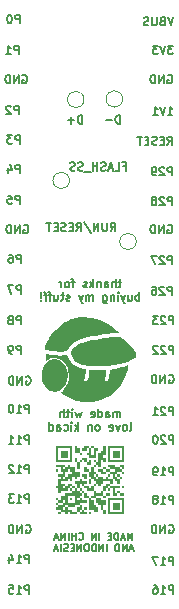
<source format=gbr>
%TF.GenerationSoftware,KiCad,Pcbnew,7.0.6*%
%TF.CreationDate,2023-08-11T11:38:21+07:00*%
%TF.ProjectId,Pico2040-Modular-Rev2,5069636f-3230-4343-902d-4d6f64756c61,rev?*%
%TF.SameCoordinates,Original*%
%TF.FileFunction,Legend,Bot*%
%TF.FilePolarity,Positive*%
%FSLAX46Y46*%
G04 Gerber Fmt 4.6, Leading zero omitted, Abs format (unit mm)*
G04 Created by KiCad (PCBNEW 7.0.6) date 2023-08-11 11:38:21*
%MOMM*%
%LPD*%
G01*
G04 APERTURE LIST*
%ADD10C,0.160000*%
%ADD11C,0.150000*%
%ADD12C,0.120000*%
G04 APERTURE END LIST*
D10*
X93049999Y-63512346D02*
X92783332Y-63512346D01*
X92949999Y-63279013D02*
X92949999Y-63879013D01*
X92949999Y-63879013D02*
X92916666Y-63945680D01*
X92916666Y-63945680D02*
X92849999Y-63979013D01*
X92849999Y-63979013D02*
X92783332Y-63979013D01*
X92549999Y-63979013D02*
X92549999Y-63279013D01*
X92249999Y-63979013D02*
X92249999Y-63612346D01*
X92249999Y-63612346D02*
X92283332Y-63545680D01*
X92283332Y-63545680D02*
X92349999Y-63512346D01*
X92349999Y-63512346D02*
X92449999Y-63512346D01*
X92449999Y-63512346D02*
X92516666Y-63545680D01*
X92516666Y-63545680D02*
X92549999Y-63579013D01*
X91616666Y-63979013D02*
X91616666Y-63612346D01*
X91616666Y-63612346D02*
X91649999Y-63545680D01*
X91649999Y-63545680D02*
X91716666Y-63512346D01*
X91716666Y-63512346D02*
X91849999Y-63512346D01*
X91849999Y-63512346D02*
X91916666Y-63545680D01*
X91616666Y-63945680D02*
X91683333Y-63979013D01*
X91683333Y-63979013D02*
X91849999Y-63979013D01*
X91849999Y-63979013D02*
X91916666Y-63945680D01*
X91916666Y-63945680D02*
X91949999Y-63879013D01*
X91949999Y-63879013D02*
X91949999Y-63812346D01*
X91949999Y-63812346D02*
X91916666Y-63745680D01*
X91916666Y-63745680D02*
X91849999Y-63712346D01*
X91849999Y-63712346D02*
X91683333Y-63712346D01*
X91683333Y-63712346D02*
X91616666Y-63679013D01*
X91283333Y-63512346D02*
X91283333Y-63979013D01*
X91283333Y-63579013D02*
X91250000Y-63545680D01*
X91250000Y-63545680D02*
X91183333Y-63512346D01*
X91183333Y-63512346D02*
X91083333Y-63512346D01*
X91083333Y-63512346D02*
X91016666Y-63545680D01*
X91016666Y-63545680D02*
X90983333Y-63612346D01*
X90983333Y-63612346D02*
X90983333Y-63979013D01*
X90650000Y-63979013D02*
X90650000Y-63279013D01*
X90583333Y-63712346D02*
X90383333Y-63979013D01*
X90383333Y-63512346D02*
X90650000Y-63779013D01*
X90116666Y-63945680D02*
X90050000Y-63979013D01*
X90050000Y-63979013D02*
X89916666Y-63979013D01*
X89916666Y-63979013D02*
X89850000Y-63945680D01*
X89850000Y-63945680D02*
X89816666Y-63879013D01*
X89816666Y-63879013D02*
X89816666Y-63845680D01*
X89816666Y-63845680D02*
X89850000Y-63779013D01*
X89850000Y-63779013D02*
X89916666Y-63745680D01*
X89916666Y-63745680D02*
X90016666Y-63745680D01*
X90016666Y-63745680D02*
X90083333Y-63712346D01*
X90083333Y-63712346D02*
X90116666Y-63645680D01*
X90116666Y-63645680D02*
X90116666Y-63612346D01*
X90116666Y-63612346D02*
X90083333Y-63545680D01*
X90083333Y-63545680D02*
X90016666Y-63512346D01*
X90016666Y-63512346D02*
X89916666Y-63512346D01*
X89916666Y-63512346D02*
X89850000Y-63545680D01*
X89083333Y-63512346D02*
X88816666Y-63512346D01*
X88983333Y-63979013D02*
X88983333Y-63379013D01*
X88983333Y-63379013D02*
X88950000Y-63312346D01*
X88950000Y-63312346D02*
X88883333Y-63279013D01*
X88883333Y-63279013D02*
X88816666Y-63279013D01*
X88483333Y-63979013D02*
X88550000Y-63945680D01*
X88550000Y-63945680D02*
X88583333Y-63912346D01*
X88583333Y-63912346D02*
X88616666Y-63845680D01*
X88616666Y-63845680D02*
X88616666Y-63645680D01*
X88616666Y-63645680D02*
X88583333Y-63579013D01*
X88583333Y-63579013D02*
X88550000Y-63545680D01*
X88550000Y-63545680D02*
X88483333Y-63512346D01*
X88483333Y-63512346D02*
X88383333Y-63512346D01*
X88383333Y-63512346D02*
X88316666Y-63545680D01*
X88316666Y-63545680D02*
X88283333Y-63579013D01*
X88283333Y-63579013D02*
X88250000Y-63645680D01*
X88250000Y-63645680D02*
X88250000Y-63845680D01*
X88250000Y-63845680D02*
X88283333Y-63912346D01*
X88283333Y-63912346D02*
X88316666Y-63945680D01*
X88316666Y-63945680D02*
X88383333Y-63979013D01*
X88383333Y-63979013D02*
X88483333Y-63979013D01*
X87950000Y-63979013D02*
X87950000Y-63512346D01*
X87950000Y-63645680D02*
X87916667Y-63579013D01*
X87916667Y-63579013D02*
X87883333Y-63545680D01*
X87883333Y-63545680D02*
X87816667Y-63512346D01*
X87816667Y-63512346D02*
X87750000Y-63512346D01*
X94566664Y-65106013D02*
X94566664Y-64406013D01*
X94566664Y-64672680D02*
X94499997Y-64639346D01*
X94499997Y-64639346D02*
X94366664Y-64639346D01*
X94366664Y-64639346D02*
X94299997Y-64672680D01*
X94299997Y-64672680D02*
X94266664Y-64706013D01*
X94266664Y-64706013D02*
X94233331Y-64772680D01*
X94233331Y-64772680D02*
X94233331Y-64972680D01*
X94233331Y-64972680D02*
X94266664Y-65039346D01*
X94266664Y-65039346D02*
X94299997Y-65072680D01*
X94299997Y-65072680D02*
X94366664Y-65106013D01*
X94366664Y-65106013D02*
X94499997Y-65106013D01*
X94499997Y-65106013D02*
X94566664Y-65072680D01*
X93633331Y-64639346D02*
X93633331Y-65106013D01*
X93933331Y-64639346D02*
X93933331Y-65006013D01*
X93933331Y-65006013D02*
X93899998Y-65072680D01*
X93899998Y-65072680D02*
X93833331Y-65106013D01*
X93833331Y-65106013D02*
X93733331Y-65106013D01*
X93733331Y-65106013D02*
X93666664Y-65072680D01*
X93666664Y-65072680D02*
X93633331Y-65039346D01*
X93366665Y-64639346D02*
X93199998Y-65106013D01*
X93033331Y-64639346D02*
X93199998Y-65106013D01*
X93199998Y-65106013D02*
X93266665Y-65272680D01*
X93266665Y-65272680D02*
X93299998Y-65306013D01*
X93299998Y-65306013D02*
X93366665Y-65339346D01*
X92766665Y-65106013D02*
X92766665Y-64639346D01*
X92766665Y-64406013D02*
X92799998Y-64439346D01*
X92799998Y-64439346D02*
X92766665Y-64472680D01*
X92766665Y-64472680D02*
X92733332Y-64439346D01*
X92733332Y-64439346D02*
X92766665Y-64406013D01*
X92766665Y-64406013D02*
X92766665Y-64472680D01*
X92433332Y-64639346D02*
X92433332Y-65106013D01*
X92433332Y-64706013D02*
X92399999Y-64672680D01*
X92399999Y-64672680D02*
X92333332Y-64639346D01*
X92333332Y-64639346D02*
X92233332Y-64639346D01*
X92233332Y-64639346D02*
X92166665Y-64672680D01*
X92166665Y-64672680D02*
X92133332Y-64739346D01*
X92133332Y-64739346D02*
X92133332Y-65106013D01*
X91499999Y-64639346D02*
X91499999Y-65206013D01*
X91499999Y-65206013D02*
X91533332Y-65272680D01*
X91533332Y-65272680D02*
X91566666Y-65306013D01*
X91566666Y-65306013D02*
X91633332Y-65339346D01*
X91633332Y-65339346D02*
X91733332Y-65339346D01*
X91733332Y-65339346D02*
X91799999Y-65306013D01*
X91499999Y-65072680D02*
X91566666Y-65106013D01*
X91566666Y-65106013D02*
X91699999Y-65106013D01*
X91699999Y-65106013D02*
X91766666Y-65072680D01*
X91766666Y-65072680D02*
X91799999Y-65039346D01*
X91799999Y-65039346D02*
X91833332Y-64972680D01*
X91833332Y-64972680D02*
X91833332Y-64772680D01*
X91833332Y-64772680D02*
X91799999Y-64706013D01*
X91799999Y-64706013D02*
X91766666Y-64672680D01*
X91766666Y-64672680D02*
X91699999Y-64639346D01*
X91699999Y-64639346D02*
X91566666Y-64639346D01*
X91566666Y-64639346D02*
X91499999Y-64672680D01*
X90633333Y-65106013D02*
X90633333Y-64639346D01*
X90633333Y-64706013D02*
X90600000Y-64672680D01*
X90600000Y-64672680D02*
X90533333Y-64639346D01*
X90533333Y-64639346D02*
X90433333Y-64639346D01*
X90433333Y-64639346D02*
X90366666Y-64672680D01*
X90366666Y-64672680D02*
X90333333Y-64739346D01*
X90333333Y-64739346D02*
X90333333Y-65106013D01*
X90333333Y-64739346D02*
X90300000Y-64672680D01*
X90300000Y-64672680D02*
X90233333Y-64639346D01*
X90233333Y-64639346D02*
X90133333Y-64639346D01*
X90133333Y-64639346D02*
X90066666Y-64672680D01*
X90066666Y-64672680D02*
X90033333Y-64739346D01*
X90033333Y-64739346D02*
X90033333Y-65106013D01*
X89766667Y-64639346D02*
X89600000Y-65106013D01*
X89433333Y-64639346D02*
X89600000Y-65106013D01*
X89600000Y-65106013D02*
X89666667Y-65272680D01*
X89666667Y-65272680D02*
X89700000Y-65306013D01*
X89700000Y-65306013D02*
X89766667Y-65339346D01*
X88666667Y-65072680D02*
X88600001Y-65106013D01*
X88600001Y-65106013D02*
X88466667Y-65106013D01*
X88466667Y-65106013D02*
X88400001Y-65072680D01*
X88400001Y-65072680D02*
X88366667Y-65006013D01*
X88366667Y-65006013D02*
X88366667Y-64972680D01*
X88366667Y-64972680D02*
X88400001Y-64906013D01*
X88400001Y-64906013D02*
X88466667Y-64872680D01*
X88466667Y-64872680D02*
X88566667Y-64872680D01*
X88566667Y-64872680D02*
X88633334Y-64839346D01*
X88633334Y-64839346D02*
X88666667Y-64772680D01*
X88666667Y-64772680D02*
X88666667Y-64739346D01*
X88666667Y-64739346D02*
X88633334Y-64672680D01*
X88633334Y-64672680D02*
X88566667Y-64639346D01*
X88566667Y-64639346D02*
X88466667Y-64639346D01*
X88466667Y-64639346D02*
X88400001Y-64672680D01*
X88166667Y-64639346D02*
X87900000Y-64639346D01*
X88066667Y-64406013D02*
X88066667Y-65006013D01*
X88066667Y-65006013D02*
X88033334Y-65072680D01*
X88033334Y-65072680D02*
X87966667Y-65106013D01*
X87966667Y-65106013D02*
X87900000Y-65106013D01*
X87366667Y-64639346D02*
X87366667Y-65106013D01*
X87666667Y-64639346D02*
X87666667Y-65006013D01*
X87666667Y-65006013D02*
X87633334Y-65072680D01*
X87633334Y-65072680D02*
X87566667Y-65106013D01*
X87566667Y-65106013D02*
X87466667Y-65106013D01*
X87466667Y-65106013D02*
X87400000Y-65072680D01*
X87400000Y-65072680D02*
X87366667Y-65039346D01*
X87133334Y-64639346D02*
X86866667Y-64639346D01*
X87033334Y-65106013D02*
X87033334Y-64506013D01*
X87033334Y-64506013D02*
X87000001Y-64439346D01*
X87000001Y-64439346D02*
X86933334Y-64406013D01*
X86933334Y-64406013D02*
X86866667Y-64406013D01*
X86733334Y-64639346D02*
X86466667Y-64639346D01*
X86633334Y-65106013D02*
X86633334Y-64506013D01*
X86633334Y-64506013D02*
X86600001Y-64439346D01*
X86600001Y-64439346D02*
X86533334Y-64406013D01*
X86533334Y-64406013D02*
X86466667Y-64406013D01*
X86233334Y-65039346D02*
X86200001Y-65072680D01*
X86200001Y-65072680D02*
X86233334Y-65106013D01*
X86233334Y-65106013D02*
X86266667Y-65072680D01*
X86266667Y-65072680D02*
X86233334Y-65039346D01*
X86233334Y-65039346D02*
X86233334Y-65106013D01*
X86233334Y-64839346D02*
X86266667Y-64439346D01*
X86266667Y-64439346D02*
X86233334Y-64406013D01*
X86233334Y-64406013D02*
X86200001Y-64439346D01*
X86200001Y-64439346D02*
X86233334Y-64839346D01*
X86233334Y-64839346D02*
X86233334Y-64406013D01*
D11*
X97434649Y-82306533D02*
X97434649Y-81606533D01*
X97434649Y-81606533D02*
X97167982Y-81606533D01*
X97167982Y-81606533D02*
X97101316Y-81639866D01*
X97101316Y-81639866D02*
X97067982Y-81673200D01*
X97067982Y-81673200D02*
X97034649Y-81739866D01*
X97034649Y-81739866D02*
X97034649Y-81839866D01*
X97034649Y-81839866D02*
X97067982Y-81906533D01*
X97067982Y-81906533D02*
X97101316Y-81939866D01*
X97101316Y-81939866D02*
X97167982Y-81973200D01*
X97167982Y-81973200D02*
X97434649Y-81973200D01*
X96367982Y-82306533D02*
X96767982Y-82306533D01*
X96567982Y-82306533D02*
X96567982Y-81606533D01*
X96567982Y-81606533D02*
X96634649Y-81706533D01*
X96634649Y-81706533D02*
X96701316Y-81773200D01*
X96701316Y-81773200D02*
X96767982Y-81806533D01*
X95967982Y-81906533D02*
X96034649Y-81873200D01*
X96034649Y-81873200D02*
X96067982Y-81839866D01*
X96067982Y-81839866D02*
X96101315Y-81773200D01*
X96101315Y-81773200D02*
X96101315Y-81739866D01*
X96101315Y-81739866D02*
X96067982Y-81673200D01*
X96067982Y-81673200D02*
X96034649Y-81639866D01*
X96034649Y-81639866D02*
X95967982Y-81606533D01*
X95967982Y-81606533D02*
X95834649Y-81606533D01*
X95834649Y-81606533D02*
X95767982Y-81639866D01*
X95767982Y-81639866D02*
X95734649Y-81673200D01*
X95734649Y-81673200D02*
X95701315Y-81739866D01*
X95701315Y-81739866D02*
X95701315Y-81773200D01*
X95701315Y-81773200D02*
X95734649Y-81839866D01*
X95734649Y-81839866D02*
X95767982Y-81873200D01*
X95767982Y-81873200D02*
X95834649Y-81906533D01*
X95834649Y-81906533D02*
X95967982Y-81906533D01*
X95967982Y-81906533D02*
X96034649Y-81939866D01*
X96034649Y-81939866D02*
X96067982Y-81973200D01*
X96067982Y-81973200D02*
X96101315Y-82039866D01*
X96101315Y-82039866D02*
X96101315Y-82173200D01*
X96101315Y-82173200D02*
X96067982Y-82239866D01*
X96067982Y-82239866D02*
X96034649Y-82273200D01*
X96034649Y-82273200D02*
X95967982Y-82306533D01*
X95967982Y-82306533D02*
X95834649Y-82306533D01*
X95834649Y-82306533D02*
X95767982Y-82273200D01*
X95767982Y-82273200D02*
X95734649Y-82239866D01*
X95734649Y-82239866D02*
X95701315Y-82173200D01*
X95701315Y-82173200D02*
X95701315Y-82039866D01*
X95701315Y-82039866D02*
X95734649Y-81973200D01*
X95734649Y-81973200D02*
X95767982Y-81939866D01*
X95767982Y-81939866D02*
X95834649Y-81906533D01*
X84967982Y-84139866D02*
X85034649Y-84106533D01*
X85034649Y-84106533D02*
X85134649Y-84106533D01*
X85134649Y-84106533D02*
X85234649Y-84139866D01*
X85234649Y-84139866D02*
X85301316Y-84206533D01*
X85301316Y-84206533D02*
X85334649Y-84273200D01*
X85334649Y-84273200D02*
X85367982Y-84406533D01*
X85367982Y-84406533D02*
X85367982Y-84506533D01*
X85367982Y-84506533D02*
X85334649Y-84639866D01*
X85334649Y-84639866D02*
X85301316Y-84706533D01*
X85301316Y-84706533D02*
X85234649Y-84773200D01*
X85234649Y-84773200D02*
X85134649Y-84806533D01*
X85134649Y-84806533D02*
X85067982Y-84806533D01*
X85067982Y-84806533D02*
X84967982Y-84773200D01*
X84967982Y-84773200D02*
X84934649Y-84739866D01*
X84934649Y-84739866D02*
X84934649Y-84506533D01*
X84934649Y-84506533D02*
X85067982Y-84506533D01*
X84634649Y-84806533D02*
X84634649Y-84106533D01*
X84634649Y-84106533D02*
X84234649Y-84806533D01*
X84234649Y-84806533D02*
X84234649Y-84106533D01*
X83901316Y-84806533D02*
X83901316Y-84106533D01*
X83901316Y-84106533D02*
X83734649Y-84106533D01*
X83734649Y-84106533D02*
X83634649Y-84139866D01*
X83634649Y-84139866D02*
X83567983Y-84206533D01*
X83567983Y-84206533D02*
X83534649Y-84273200D01*
X83534649Y-84273200D02*
X83501316Y-84406533D01*
X83501316Y-84406533D02*
X83501316Y-84506533D01*
X83501316Y-84506533D02*
X83534649Y-84639866D01*
X83534649Y-84639866D02*
X83567983Y-84706533D01*
X83567983Y-84706533D02*
X83634649Y-84773200D01*
X83634649Y-84773200D02*
X83734649Y-84806533D01*
X83734649Y-84806533D02*
X83901316Y-84806533D01*
X96967982Y-46039866D02*
X97034649Y-46006533D01*
X97034649Y-46006533D02*
X97134649Y-46006533D01*
X97134649Y-46006533D02*
X97234649Y-46039866D01*
X97234649Y-46039866D02*
X97301316Y-46106533D01*
X97301316Y-46106533D02*
X97334649Y-46173200D01*
X97334649Y-46173200D02*
X97367982Y-46306533D01*
X97367982Y-46306533D02*
X97367982Y-46406533D01*
X97367982Y-46406533D02*
X97334649Y-46539866D01*
X97334649Y-46539866D02*
X97301316Y-46606533D01*
X97301316Y-46606533D02*
X97234649Y-46673200D01*
X97234649Y-46673200D02*
X97134649Y-46706533D01*
X97134649Y-46706533D02*
X97067982Y-46706533D01*
X97067982Y-46706533D02*
X96967982Y-46673200D01*
X96967982Y-46673200D02*
X96934649Y-46639866D01*
X96934649Y-46639866D02*
X96934649Y-46406533D01*
X96934649Y-46406533D02*
X97067982Y-46406533D01*
X96634649Y-46706533D02*
X96634649Y-46006533D01*
X96634649Y-46006533D02*
X96234649Y-46706533D01*
X96234649Y-46706533D02*
X96234649Y-46006533D01*
X95901316Y-46706533D02*
X95901316Y-46006533D01*
X95901316Y-46006533D02*
X95734649Y-46006533D01*
X95734649Y-46006533D02*
X95634649Y-46039866D01*
X95634649Y-46039866D02*
X95567983Y-46106533D01*
X95567983Y-46106533D02*
X95534649Y-46173200D01*
X95534649Y-46173200D02*
X95501316Y-46306533D01*
X95501316Y-46306533D02*
X95501316Y-46406533D01*
X95501316Y-46406533D02*
X95534649Y-46539866D01*
X95534649Y-46539866D02*
X95567983Y-46606533D01*
X95567983Y-46606533D02*
X95634649Y-46673200D01*
X95634649Y-46673200D02*
X95734649Y-46706533D01*
X95734649Y-46706533D02*
X95901316Y-46706533D01*
X84534649Y-69606533D02*
X84534649Y-68906533D01*
X84534649Y-68906533D02*
X84267982Y-68906533D01*
X84267982Y-68906533D02*
X84201316Y-68939866D01*
X84201316Y-68939866D02*
X84167982Y-68973200D01*
X84167982Y-68973200D02*
X84134649Y-69039866D01*
X84134649Y-69039866D02*
X84134649Y-69139866D01*
X84134649Y-69139866D02*
X84167982Y-69206533D01*
X84167982Y-69206533D02*
X84201316Y-69239866D01*
X84201316Y-69239866D02*
X84267982Y-69273200D01*
X84267982Y-69273200D02*
X84534649Y-69273200D01*
X83801316Y-69606533D02*
X83667982Y-69606533D01*
X83667982Y-69606533D02*
X83601316Y-69573200D01*
X83601316Y-69573200D02*
X83567982Y-69539866D01*
X83567982Y-69539866D02*
X83501316Y-69439866D01*
X83501316Y-69439866D02*
X83467982Y-69306533D01*
X83467982Y-69306533D02*
X83467982Y-69039866D01*
X83467982Y-69039866D02*
X83501316Y-68973200D01*
X83501316Y-68973200D02*
X83534649Y-68939866D01*
X83534649Y-68939866D02*
X83601316Y-68906533D01*
X83601316Y-68906533D02*
X83734649Y-68906533D01*
X83734649Y-68906533D02*
X83801316Y-68939866D01*
X83801316Y-68939866D02*
X83834649Y-68973200D01*
X83834649Y-68973200D02*
X83867982Y-69039866D01*
X83867982Y-69039866D02*
X83867982Y-69206533D01*
X83867982Y-69206533D02*
X83834649Y-69273200D01*
X83834649Y-69273200D02*
X83801316Y-69306533D01*
X83801316Y-69306533D02*
X83734649Y-69339866D01*
X83734649Y-69339866D02*
X83601316Y-69339866D01*
X83601316Y-69339866D02*
X83534649Y-69306533D01*
X83534649Y-69306533D02*
X83501316Y-69273200D01*
X83501316Y-69273200D02*
X83467982Y-69206533D01*
X85234649Y-77206533D02*
X85234649Y-76506533D01*
X85234649Y-76506533D02*
X84967982Y-76506533D01*
X84967982Y-76506533D02*
X84901316Y-76539866D01*
X84901316Y-76539866D02*
X84867982Y-76573200D01*
X84867982Y-76573200D02*
X84834649Y-76639866D01*
X84834649Y-76639866D02*
X84834649Y-76739866D01*
X84834649Y-76739866D02*
X84867982Y-76806533D01*
X84867982Y-76806533D02*
X84901316Y-76839866D01*
X84901316Y-76839866D02*
X84967982Y-76873200D01*
X84967982Y-76873200D02*
X85234649Y-76873200D01*
X84167982Y-77206533D02*
X84567982Y-77206533D01*
X84367982Y-77206533D02*
X84367982Y-76506533D01*
X84367982Y-76506533D02*
X84434649Y-76606533D01*
X84434649Y-76606533D02*
X84501316Y-76673200D01*
X84501316Y-76673200D02*
X84567982Y-76706533D01*
X83501315Y-77206533D02*
X83901315Y-77206533D01*
X83701315Y-77206533D02*
X83701315Y-76506533D01*
X83701315Y-76506533D02*
X83767982Y-76606533D01*
X83767982Y-76606533D02*
X83834649Y-76673200D01*
X83834649Y-76673200D02*
X83901315Y-76706533D01*
X85234649Y-87306533D02*
X85234649Y-86606533D01*
X85234649Y-86606533D02*
X84967982Y-86606533D01*
X84967982Y-86606533D02*
X84901316Y-86639866D01*
X84901316Y-86639866D02*
X84867982Y-86673200D01*
X84867982Y-86673200D02*
X84834649Y-86739866D01*
X84834649Y-86739866D02*
X84834649Y-86839866D01*
X84834649Y-86839866D02*
X84867982Y-86906533D01*
X84867982Y-86906533D02*
X84901316Y-86939866D01*
X84901316Y-86939866D02*
X84967982Y-86973200D01*
X84967982Y-86973200D02*
X85234649Y-86973200D01*
X84167982Y-87306533D02*
X84567982Y-87306533D01*
X84367982Y-87306533D02*
X84367982Y-86606533D01*
X84367982Y-86606533D02*
X84434649Y-86706533D01*
X84434649Y-86706533D02*
X84501316Y-86773200D01*
X84501316Y-86773200D02*
X84567982Y-86806533D01*
X83567982Y-86839866D02*
X83567982Y-87306533D01*
X83734649Y-86573200D02*
X83901315Y-87073200D01*
X83901315Y-87073200D02*
X83467982Y-87073200D01*
X84434649Y-56906533D02*
X84434649Y-56206533D01*
X84434649Y-56206533D02*
X84167982Y-56206533D01*
X84167982Y-56206533D02*
X84101316Y-56239866D01*
X84101316Y-56239866D02*
X84067982Y-56273200D01*
X84067982Y-56273200D02*
X84034649Y-56339866D01*
X84034649Y-56339866D02*
X84034649Y-56439866D01*
X84034649Y-56439866D02*
X84067982Y-56506533D01*
X84067982Y-56506533D02*
X84101316Y-56539866D01*
X84101316Y-56539866D02*
X84167982Y-56573200D01*
X84167982Y-56573200D02*
X84434649Y-56573200D01*
X83401316Y-56206533D02*
X83734649Y-56206533D01*
X83734649Y-56206533D02*
X83767982Y-56539866D01*
X83767982Y-56539866D02*
X83734649Y-56506533D01*
X83734649Y-56506533D02*
X83667982Y-56473200D01*
X83667982Y-56473200D02*
X83501316Y-56473200D01*
X83501316Y-56473200D02*
X83434649Y-56506533D01*
X83434649Y-56506533D02*
X83401316Y-56539866D01*
X83401316Y-56539866D02*
X83367982Y-56606533D01*
X83367982Y-56606533D02*
X83367982Y-56773200D01*
X83367982Y-56773200D02*
X83401316Y-56839866D01*
X83401316Y-56839866D02*
X83434649Y-56873200D01*
X83434649Y-56873200D02*
X83501316Y-56906533D01*
X83501316Y-56906533D02*
X83667982Y-56906533D01*
X83667982Y-56906533D02*
X83734649Y-56873200D01*
X83734649Y-56873200D02*
X83767982Y-56839866D01*
X96934649Y-51906533D02*
X97167982Y-51573200D01*
X97334649Y-51906533D02*
X97334649Y-51206533D01*
X97334649Y-51206533D02*
X97067982Y-51206533D01*
X97067982Y-51206533D02*
X97001316Y-51239866D01*
X97001316Y-51239866D02*
X96967982Y-51273200D01*
X96967982Y-51273200D02*
X96934649Y-51339866D01*
X96934649Y-51339866D02*
X96934649Y-51439866D01*
X96934649Y-51439866D02*
X96967982Y-51506533D01*
X96967982Y-51506533D02*
X97001316Y-51539866D01*
X97001316Y-51539866D02*
X97067982Y-51573200D01*
X97067982Y-51573200D02*
X97334649Y-51573200D01*
X96634649Y-51539866D02*
X96401316Y-51539866D01*
X96301316Y-51906533D02*
X96634649Y-51906533D01*
X96634649Y-51906533D02*
X96634649Y-51206533D01*
X96634649Y-51206533D02*
X96301316Y-51206533D01*
X96034649Y-51873200D02*
X95934649Y-51906533D01*
X95934649Y-51906533D02*
X95767983Y-51906533D01*
X95767983Y-51906533D02*
X95701316Y-51873200D01*
X95701316Y-51873200D02*
X95667983Y-51839866D01*
X95667983Y-51839866D02*
X95634649Y-51773200D01*
X95634649Y-51773200D02*
X95634649Y-51706533D01*
X95634649Y-51706533D02*
X95667983Y-51639866D01*
X95667983Y-51639866D02*
X95701316Y-51606533D01*
X95701316Y-51606533D02*
X95767983Y-51573200D01*
X95767983Y-51573200D02*
X95901316Y-51539866D01*
X95901316Y-51539866D02*
X95967983Y-51506533D01*
X95967983Y-51506533D02*
X96001316Y-51473200D01*
X96001316Y-51473200D02*
X96034649Y-51406533D01*
X96034649Y-51406533D02*
X96034649Y-51339866D01*
X96034649Y-51339866D02*
X96001316Y-51273200D01*
X96001316Y-51273200D02*
X95967983Y-51239866D01*
X95967983Y-51239866D02*
X95901316Y-51206533D01*
X95901316Y-51206533D02*
X95734649Y-51206533D01*
X95734649Y-51206533D02*
X95634649Y-51239866D01*
X95334649Y-51539866D02*
X95101316Y-51539866D01*
X95001316Y-51906533D02*
X95334649Y-51906533D01*
X95334649Y-51906533D02*
X95334649Y-51206533D01*
X95334649Y-51206533D02*
X95001316Y-51206533D01*
X94801316Y-51206533D02*
X94401316Y-51206533D01*
X94601316Y-51906533D02*
X94601316Y-51206533D01*
X84434649Y-54306533D02*
X84434649Y-53606533D01*
X84434649Y-53606533D02*
X84167982Y-53606533D01*
X84167982Y-53606533D02*
X84101316Y-53639866D01*
X84101316Y-53639866D02*
X84067982Y-53673200D01*
X84067982Y-53673200D02*
X84034649Y-53739866D01*
X84034649Y-53739866D02*
X84034649Y-53839866D01*
X84034649Y-53839866D02*
X84067982Y-53906533D01*
X84067982Y-53906533D02*
X84101316Y-53939866D01*
X84101316Y-53939866D02*
X84167982Y-53973200D01*
X84167982Y-53973200D02*
X84434649Y-53973200D01*
X83434649Y-53839866D02*
X83434649Y-54306533D01*
X83601316Y-53573200D02*
X83767982Y-54073200D01*
X83767982Y-54073200D02*
X83334649Y-54073200D01*
X85234649Y-82206533D02*
X85234649Y-81506533D01*
X85234649Y-81506533D02*
X84967982Y-81506533D01*
X84967982Y-81506533D02*
X84901316Y-81539866D01*
X84901316Y-81539866D02*
X84867982Y-81573200D01*
X84867982Y-81573200D02*
X84834649Y-81639866D01*
X84834649Y-81639866D02*
X84834649Y-81739866D01*
X84834649Y-81739866D02*
X84867982Y-81806533D01*
X84867982Y-81806533D02*
X84901316Y-81839866D01*
X84901316Y-81839866D02*
X84967982Y-81873200D01*
X84967982Y-81873200D02*
X85234649Y-81873200D01*
X84167982Y-82206533D02*
X84567982Y-82206533D01*
X84367982Y-82206533D02*
X84367982Y-81506533D01*
X84367982Y-81506533D02*
X84434649Y-81606533D01*
X84434649Y-81606533D02*
X84501316Y-81673200D01*
X84501316Y-81673200D02*
X84567982Y-81706533D01*
X83934649Y-81506533D02*
X83501315Y-81506533D01*
X83501315Y-81506533D02*
X83734649Y-81773200D01*
X83734649Y-81773200D02*
X83634649Y-81773200D01*
X83634649Y-81773200D02*
X83567982Y-81806533D01*
X83567982Y-81806533D02*
X83534649Y-81839866D01*
X83534649Y-81839866D02*
X83501315Y-81906533D01*
X83501315Y-81906533D02*
X83501315Y-82073200D01*
X83501315Y-82073200D02*
X83534649Y-82139866D01*
X83534649Y-82139866D02*
X83567982Y-82173200D01*
X83567982Y-82173200D02*
X83634649Y-82206533D01*
X83634649Y-82206533D02*
X83834649Y-82206533D01*
X83834649Y-82206533D02*
X83901315Y-82173200D01*
X83901315Y-82173200D02*
X83934649Y-82139866D01*
D10*
X92949998Y-74979013D02*
X92949998Y-74512346D01*
X92949998Y-74579013D02*
X92916665Y-74545680D01*
X92916665Y-74545680D02*
X92849998Y-74512346D01*
X92849998Y-74512346D02*
X92749998Y-74512346D01*
X92749998Y-74512346D02*
X92683331Y-74545680D01*
X92683331Y-74545680D02*
X92649998Y-74612346D01*
X92649998Y-74612346D02*
X92649998Y-74979013D01*
X92649998Y-74612346D02*
X92616665Y-74545680D01*
X92616665Y-74545680D02*
X92549998Y-74512346D01*
X92549998Y-74512346D02*
X92449998Y-74512346D01*
X92449998Y-74512346D02*
X92383331Y-74545680D01*
X92383331Y-74545680D02*
X92349998Y-74612346D01*
X92349998Y-74612346D02*
X92349998Y-74979013D01*
X91716665Y-74979013D02*
X91716665Y-74612346D01*
X91716665Y-74612346D02*
X91749998Y-74545680D01*
X91749998Y-74545680D02*
X91816665Y-74512346D01*
X91816665Y-74512346D02*
X91949998Y-74512346D01*
X91949998Y-74512346D02*
X92016665Y-74545680D01*
X91716665Y-74945680D02*
X91783332Y-74979013D01*
X91783332Y-74979013D02*
X91949998Y-74979013D01*
X91949998Y-74979013D02*
X92016665Y-74945680D01*
X92016665Y-74945680D02*
X92049998Y-74879013D01*
X92049998Y-74879013D02*
X92049998Y-74812346D01*
X92049998Y-74812346D02*
X92016665Y-74745680D01*
X92016665Y-74745680D02*
X91949998Y-74712346D01*
X91949998Y-74712346D02*
X91783332Y-74712346D01*
X91783332Y-74712346D02*
X91716665Y-74679013D01*
X91083332Y-74979013D02*
X91083332Y-74279013D01*
X91083332Y-74945680D02*
X91149999Y-74979013D01*
X91149999Y-74979013D02*
X91283332Y-74979013D01*
X91283332Y-74979013D02*
X91349999Y-74945680D01*
X91349999Y-74945680D02*
X91383332Y-74912346D01*
X91383332Y-74912346D02*
X91416665Y-74845680D01*
X91416665Y-74845680D02*
X91416665Y-74645680D01*
X91416665Y-74645680D02*
X91383332Y-74579013D01*
X91383332Y-74579013D02*
X91349999Y-74545680D01*
X91349999Y-74545680D02*
X91283332Y-74512346D01*
X91283332Y-74512346D02*
X91149999Y-74512346D01*
X91149999Y-74512346D02*
X91083332Y-74545680D01*
X90483332Y-74945680D02*
X90549999Y-74979013D01*
X90549999Y-74979013D02*
X90683332Y-74979013D01*
X90683332Y-74979013D02*
X90749999Y-74945680D01*
X90749999Y-74945680D02*
X90783332Y-74879013D01*
X90783332Y-74879013D02*
X90783332Y-74612346D01*
X90783332Y-74612346D02*
X90749999Y-74545680D01*
X90749999Y-74545680D02*
X90683332Y-74512346D01*
X90683332Y-74512346D02*
X90549999Y-74512346D01*
X90549999Y-74512346D02*
X90483332Y-74545680D01*
X90483332Y-74545680D02*
X90449999Y-74612346D01*
X90449999Y-74612346D02*
X90449999Y-74679013D01*
X90449999Y-74679013D02*
X90783332Y-74745680D01*
X89683333Y-74512346D02*
X89549999Y-74979013D01*
X89549999Y-74979013D02*
X89416666Y-74645680D01*
X89416666Y-74645680D02*
X89283333Y-74979013D01*
X89283333Y-74979013D02*
X89149999Y-74512346D01*
X88883333Y-74979013D02*
X88883333Y-74512346D01*
X88883333Y-74279013D02*
X88916666Y-74312346D01*
X88916666Y-74312346D02*
X88883333Y-74345680D01*
X88883333Y-74345680D02*
X88850000Y-74312346D01*
X88850000Y-74312346D02*
X88883333Y-74279013D01*
X88883333Y-74279013D02*
X88883333Y-74345680D01*
X88650000Y-74512346D02*
X88383333Y-74512346D01*
X88550000Y-74279013D02*
X88550000Y-74879013D01*
X88550000Y-74879013D02*
X88516667Y-74945680D01*
X88516667Y-74945680D02*
X88450000Y-74979013D01*
X88450000Y-74979013D02*
X88383333Y-74979013D01*
X88150000Y-74979013D02*
X88150000Y-74279013D01*
X87850000Y-74979013D02*
X87850000Y-74612346D01*
X87850000Y-74612346D02*
X87883333Y-74545680D01*
X87883333Y-74545680D02*
X87950000Y-74512346D01*
X87950000Y-74512346D02*
X88050000Y-74512346D01*
X88050000Y-74512346D02*
X88116667Y-74545680D01*
X88116667Y-74545680D02*
X88150000Y-74579013D01*
X93749998Y-76106013D02*
X93816665Y-76072680D01*
X93816665Y-76072680D02*
X93849998Y-76006013D01*
X93849998Y-76006013D02*
X93849998Y-75406013D01*
X93383331Y-76106013D02*
X93449998Y-76072680D01*
X93449998Y-76072680D02*
X93483331Y-76039346D01*
X93483331Y-76039346D02*
X93516664Y-75972680D01*
X93516664Y-75972680D02*
X93516664Y-75772680D01*
X93516664Y-75772680D02*
X93483331Y-75706013D01*
X93483331Y-75706013D02*
X93449998Y-75672680D01*
X93449998Y-75672680D02*
X93383331Y-75639346D01*
X93383331Y-75639346D02*
X93283331Y-75639346D01*
X93283331Y-75639346D02*
X93216664Y-75672680D01*
X93216664Y-75672680D02*
X93183331Y-75706013D01*
X93183331Y-75706013D02*
X93149998Y-75772680D01*
X93149998Y-75772680D02*
X93149998Y-75972680D01*
X93149998Y-75972680D02*
X93183331Y-76039346D01*
X93183331Y-76039346D02*
X93216664Y-76072680D01*
X93216664Y-76072680D02*
X93283331Y-76106013D01*
X93283331Y-76106013D02*
X93383331Y-76106013D01*
X92916665Y-75639346D02*
X92749998Y-76106013D01*
X92749998Y-76106013D02*
X92583331Y-75639346D01*
X92049998Y-76072680D02*
X92116665Y-76106013D01*
X92116665Y-76106013D02*
X92249998Y-76106013D01*
X92249998Y-76106013D02*
X92316665Y-76072680D01*
X92316665Y-76072680D02*
X92349998Y-76006013D01*
X92349998Y-76006013D02*
X92349998Y-75739346D01*
X92349998Y-75739346D02*
X92316665Y-75672680D01*
X92316665Y-75672680D02*
X92249998Y-75639346D01*
X92249998Y-75639346D02*
X92116665Y-75639346D01*
X92116665Y-75639346D02*
X92049998Y-75672680D01*
X92049998Y-75672680D02*
X92016665Y-75739346D01*
X92016665Y-75739346D02*
X92016665Y-75806013D01*
X92016665Y-75806013D02*
X92349998Y-75872680D01*
X91083332Y-76106013D02*
X91149999Y-76072680D01*
X91149999Y-76072680D02*
X91183332Y-76039346D01*
X91183332Y-76039346D02*
X91216665Y-75972680D01*
X91216665Y-75972680D02*
X91216665Y-75772680D01*
X91216665Y-75772680D02*
X91183332Y-75706013D01*
X91183332Y-75706013D02*
X91149999Y-75672680D01*
X91149999Y-75672680D02*
X91083332Y-75639346D01*
X91083332Y-75639346D02*
X90983332Y-75639346D01*
X90983332Y-75639346D02*
X90916665Y-75672680D01*
X90916665Y-75672680D02*
X90883332Y-75706013D01*
X90883332Y-75706013D02*
X90849999Y-75772680D01*
X90849999Y-75772680D02*
X90849999Y-75972680D01*
X90849999Y-75972680D02*
X90883332Y-76039346D01*
X90883332Y-76039346D02*
X90916665Y-76072680D01*
X90916665Y-76072680D02*
X90983332Y-76106013D01*
X90983332Y-76106013D02*
X91083332Y-76106013D01*
X90549999Y-75639346D02*
X90549999Y-76106013D01*
X90549999Y-75706013D02*
X90516666Y-75672680D01*
X90516666Y-75672680D02*
X90449999Y-75639346D01*
X90449999Y-75639346D02*
X90349999Y-75639346D01*
X90349999Y-75639346D02*
X90283332Y-75672680D01*
X90283332Y-75672680D02*
X90249999Y-75739346D01*
X90249999Y-75739346D02*
X90249999Y-76106013D01*
X89383333Y-76106013D02*
X89383333Y-75406013D01*
X89316666Y-75839346D02*
X89116666Y-76106013D01*
X89116666Y-75639346D02*
X89383333Y-75906013D01*
X88816666Y-76106013D02*
X88816666Y-75639346D01*
X88816666Y-75406013D02*
X88849999Y-75439346D01*
X88849999Y-75439346D02*
X88816666Y-75472680D01*
X88816666Y-75472680D02*
X88783333Y-75439346D01*
X88783333Y-75439346D02*
X88816666Y-75406013D01*
X88816666Y-75406013D02*
X88816666Y-75472680D01*
X88183333Y-76072680D02*
X88250000Y-76106013D01*
X88250000Y-76106013D02*
X88383333Y-76106013D01*
X88383333Y-76106013D02*
X88450000Y-76072680D01*
X88450000Y-76072680D02*
X88483333Y-76039346D01*
X88483333Y-76039346D02*
X88516666Y-75972680D01*
X88516666Y-75972680D02*
X88516666Y-75772680D01*
X88516666Y-75772680D02*
X88483333Y-75706013D01*
X88483333Y-75706013D02*
X88450000Y-75672680D01*
X88450000Y-75672680D02*
X88383333Y-75639346D01*
X88383333Y-75639346D02*
X88250000Y-75639346D01*
X88250000Y-75639346D02*
X88183333Y-75672680D01*
X87583333Y-76106013D02*
X87583333Y-75739346D01*
X87583333Y-75739346D02*
X87616666Y-75672680D01*
X87616666Y-75672680D02*
X87683333Y-75639346D01*
X87683333Y-75639346D02*
X87816666Y-75639346D01*
X87816666Y-75639346D02*
X87883333Y-75672680D01*
X87583333Y-76072680D02*
X87650000Y-76106013D01*
X87650000Y-76106013D02*
X87816666Y-76106013D01*
X87816666Y-76106013D02*
X87883333Y-76072680D01*
X87883333Y-76072680D02*
X87916666Y-76006013D01*
X87916666Y-76006013D02*
X87916666Y-75939346D01*
X87916666Y-75939346D02*
X87883333Y-75872680D01*
X87883333Y-75872680D02*
X87816666Y-75839346D01*
X87816666Y-75839346D02*
X87650000Y-75839346D01*
X87650000Y-75839346D02*
X87583333Y-75806013D01*
X86950000Y-76106013D02*
X86950000Y-75406013D01*
X86950000Y-76072680D02*
X87016667Y-76106013D01*
X87016667Y-76106013D02*
X87150000Y-76106013D01*
X87150000Y-76106013D02*
X87216667Y-76072680D01*
X87216667Y-76072680D02*
X87250000Y-76039346D01*
X87250000Y-76039346D02*
X87283333Y-75972680D01*
X87283333Y-75972680D02*
X87283333Y-75772680D01*
X87283333Y-75772680D02*
X87250000Y-75706013D01*
X87250000Y-75706013D02*
X87216667Y-75672680D01*
X87216667Y-75672680D02*
X87150000Y-75639346D01*
X87150000Y-75639346D02*
X87016667Y-75639346D01*
X87016667Y-75639346D02*
X86950000Y-75672680D01*
D11*
X97434649Y-77206533D02*
X97434649Y-76506533D01*
X97434649Y-76506533D02*
X97167982Y-76506533D01*
X97167982Y-76506533D02*
X97101316Y-76539866D01*
X97101316Y-76539866D02*
X97067982Y-76573200D01*
X97067982Y-76573200D02*
X97034649Y-76639866D01*
X97034649Y-76639866D02*
X97034649Y-76739866D01*
X97034649Y-76739866D02*
X97067982Y-76806533D01*
X97067982Y-76806533D02*
X97101316Y-76839866D01*
X97101316Y-76839866D02*
X97167982Y-76873200D01*
X97167982Y-76873200D02*
X97434649Y-76873200D01*
X96767982Y-76573200D02*
X96734649Y-76539866D01*
X96734649Y-76539866D02*
X96667982Y-76506533D01*
X96667982Y-76506533D02*
X96501316Y-76506533D01*
X96501316Y-76506533D02*
X96434649Y-76539866D01*
X96434649Y-76539866D02*
X96401316Y-76573200D01*
X96401316Y-76573200D02*
X96367982Y-76639866D01*
X96367982Y-76639866D02*
X96367982Y-76706533D01*
X96367982Y-76706533D02*
X96401316Y-76806533D01*
X96401316Y-76806533D02*
X96801316Y-77206533D01*
X96801316Y-77206533D02*
X96367982Y-77206533D01*
X95934649Y-76506533D02*
X95867982Y-76506533D01*
X95867982Y-76506533D02*
X95801315Y-76539866D01*
X95801315Y-76539866D02*
X95767982Y-76573200D01*
X95767982Y-76573200D02*
X95734649Y-76639866D01*
X95734649Y-76639866D02*
X95701315Y-76773200D01*
X95701315Y-76773200D02*
X95701315Y-76939866D01*
X95701315Y-76939866D02*
X95734649Y-77073200D01*
X95734649Y-77073200D02*
X95767982Y-77139866D01*
X95767982Y-77139866D02*
X95801315Y-77173200D01*
X95801315Y-77173200D02*
X95867982Y-77206533D01*
X95867982Y-77206533D02*
X95934649Y-77206533D01*
X95934649Y-77206533D02*
X96001315Y-77173200D01*
X96001315Y-77173200D02*
X96034649Y-77139866D01*
X96034649Y-77139866D02*
X96067982Y-77073200D01*
X96067982Y-77073200D02*
X96101315Y-76939866D01*
X96101315Y-76939866D02*
X96101315Y-76773200D01*
X96101315Y-76773200D02*
X96067982Y-76639866D01*
X96067982Y-76639866D02*
X96034649Y-76573200D01*
X96034649Y-76573200D02*
X96001315Y-76539866D01*
X96001315Y-76539866D02*
X95934649Y-76506533D01*
X84767982Y-58739866D02*
X84834649Y-58706533D01*
X84834649Y-58706533D02*
X84934649Y-58706533D01*
X84934649Y-58706533D02*
X85034649Y-58739866D01*
X85034649Y-58739866D02*
X85101316Y-58806533D01*
X85101316Y-58806533D02*
X85134649Y-58873200D01*
X85134649Y-58873200D02*
X85167982Y-59006533D01*
X85167982Y-59006533D02*
X85167982Y-59106533D01*
X85167982Y-59106533D02*
X85134649Y-59239866D01*
X85134649Y-59239866D02*
X85101316Y-59306533D01*
X85101316Y-59306533D02*
X85034649Y-59373200D01*
X85034649Y-59373200D02*
X84934649Y-59406533D01*
X84934649Y-59406533D02*
X84867982Y-59406533D01*
X84867982Y-59406533D02*
X84767982Y-59373200D01*
X84767982Y-59373200D02*
X84734649Y-59339866D01*
X84734649Y-59339866D02*
X84734649Y-59106533D01*
X84734649Y-59106533D02*
X84867982Y-59106533D01*
X84434649Y-59406533D02*
X84434649Y-58706533D01*
X84434649Y-58706533D02*
X84034649Y-59406533D01*
X84034649Y-59406533D02*
X84034649Y-58706533D01*
X83701316Y-59406533D02*
X83701316Y-58706533D01*
X83701316Y-58706533D02*
X83534649Y-58706533D01*
X83534649Y-58706533D02*
X83434649Y-58739866D01*
X83434649Y-58739866D02*
X83367983Y-58806533D01*
X83367983Y-58806533D02*
X83334649Y-58873200D01*
X83334649Y-58873200D02*
X83301316Y-59006533D01*
X83301316Y-59006533D02*
X83301316Y-59106533D01*
X83301316Y-59106533D02*
X83334649Y-59239866D01*
X83334649Y-59239866D02*
X83367983Y-59306533D01*
X83367983Y-59306533D02*
X83434649Y-59373200D01*
X83434649Y-59373200D02*
X83534649Y-59406533D01*
X83534649Y-59406533D02*
X83701316Y-59406533D01*
X97334649Y-64606533D02*
X97334649Y-63906533D01*
X97334649Y-63906533D02*
X97067982Y-63906533D01*
X97067982Y-63906533D02*
X97001316Y-63939866D01*
X97001316Y-63939866D02*
X96967982Y-63973200D01*
X96967982Y-63973200D02*
X96934649Y-64039866D01*
X96934649Y-64039866D02*
X96934649Y-64139866D01*
X96934649Y-64139866D02*
X96967982Y-64206533D01*
X96967982Y-64206533D02*
X97001316Y-64239866D01*
X97001316Y-64239866D02*
X97067982Y-64273200D01*
X97067982Y-64273200D02*
X97334649Y-64273200D01*
X96667982Y-63973200D02*
X96634649Y-63939866D01*
X96634649Y-63939866D02*
X96567982Y-63906533D01*
X96567982Y-63906533D02*
X96401316Y-63906533D01*
X96401316Y-63906533D02*
X96334649Y-63939866D01*
X96334649Y-63939866D02*
X96301316Y-63973200D01*
X96301316Y-63973200D02*
X96267982Y-64039866D01*
X96267982Y-64039866D02*
X96267982Y-64106533D01*
X96267982Y-64106533D02*
X96301316Y-64206533D01*
X96301316Y-64206533D02*
X96701316Y-64606533D01*
X96701316Y-64606533D02*
X96267982Y-64606533D01*
X95667982Y-63906533D02*
X95801315Y-63906533D01*
X95801315Y-63906533D02*
X95867982Y-63939866D01*
X95867982Y-63939866D02*
X95901315Y-63973200D01*
X95901315Y-63973200D02*
X95967982Y-64073200D01*
X95967982Y-64073200D02*
X96001315Y-64206533D01*
X96001315Y-64206533D02*
X96001315Y-64473200D01*
X96001315Y-64473200D02*
X95967982Y-64539866D01*
X95967982Y-64539866D02*
X95934649Y-64573200D01*
X95934649Y-64573200D02*
X95867982Y-64606533D01*
X95867982Y-64606533D02*
X95734649Y-64606533D01*
X95734649Y-64606533D02*
X95667982Y-64573200D01*
X95667982Y-64573200D02*
X95634649Y-64539866D01*
X95634649Y-64539866D02*
X95601315Y-64473200D01*
X95601315Y-64473200D02*
X95601315Y-64306533D01*
X95601315Y-64306533D02*
X95634649Y-64239866D01*
X95634649Y-64239866D02*
X95667982Y-64206533D01*
X95667982Y-64206533D02*
X95734649Y-64173200D01*
X95734649Y-64173200D02*
X95867982Y-64173200D01*
X95867982Y-64173200D02*
X95934649Y-64206533D01*
X95934649Y-64206533D02*
X95967982Y-64239866D01*
X95967982Y-64239866D02*
X96001315Y-64306533D01*
X97334649Y-57006533D02*
X97334649Y-56306533D01*
X97334649Y-56306533D02*
X97067982Y-56306533D01*
X97067982Y-56306533D02*
X97001316Y-56339866D01*
X97001316Y-56339866D02*
X96967982Y-56373200D01*
X96967982Y-56373200D02*
X96934649Y-56439866D01*
X96934649Y-56439866D02*
X96934649Y-56539866D01*
X96934649Y-56539866D02*
X96967982Y-56606533D01*
X96967982Y-56606533D02*
X97001316Y-56639866D01*
X97001316Y-56639866D02*
X97067982Y-56673200D01*
X97067982Y-56673200D02*
X97334649Y-56673200D01*
X96667982Y-56373200D02*
X96634649Y-56339866D01*
X96634649Y-56339866D02*
X96567982Y-56306533D01*
X96567982Y-56306533D02*
X96401316Y-56306533D01*
X96401316Y-56306533D02*
X96334649Y-56339866D01*
X96334649Y-56339866D02*
X96301316Y-56373200D01*
X96301316Y-56373200D02*
X96267982Y-56439866D01*
X96267982Y-56439866D02*
X96267982Y-56506533D01*
X96267982Y-56506533D02*
X96301316Y-56606533D01*
X96301316Y-56606533D02*
X96701316Y-57006533D01*
X96701316Y-57006533D02*
X96267982Y-57006533D01*
X95867982Y-56606533D02*
X95934649Y-56573200D01*
X95934649Y-56573200D02*
X95967982Y-56539866D01*
X95967982Y-56539866D02*
X96001315Y-56473200D01*
X96001315Y-56473200D02*
X96001315Y-56439866D01*
X96001315Y-56439866D02*
X95967982Y-56373200D01*
X95967982Y-56373200D02*
X95934649Y-56339866D01*
X95934649Y-56339866D02*
X95867982Y-56306533D01*
X95867982Y-56306533D02*
X95734649Y-56306533D01*
X95734649Y-56306533D02*
X95667982Y-56339866D01*
X95667982Y-56339866D02*
X95634649Y-56373200D01*
X95634649Y-56373200D02*
X95601315Y-56439866D01*
X95601315Y-56439866D02*
X95601315Y-56473200D01*
X95601315Y-56473200D02*
X95634649Y-56539866D01*
X95634649Y-56539866D02*
X95667982Y-56573200D01*
X95667982Y-56573200D02*
X95734649Y-56606533D01*
X95734649Y-56606533D02*
X95867982Y-56606533D01*
X95867982Y-56606533D02*
X95934649Y-56639866D01*
X95934649Y-56639866D02*
X95967982Y-56673200D01*
X95967982Y-56673200D02*
X96001315Y-56739866D01*
X96001315Y-56739866D02*
X96001315Y-56873200D01*
X96001315Y-56873200D02*
X95967982Y-56939866D01*
X95967982Y-56939866D02*
X95934649Y-56973200D01*
X95934649Y-56973200D02*
X95867982Y-57006533D01*
X95867982Y-57006533D02*
X95734649Y-57006533D01*
X95734649Y-57006533D02*
X95667982Y-56973200D01*
X95667982Y-56973200D02*
X95634649Y-56939866D01*
X95634649Y-56939866D02*
X95601315Y-56873200D01*
X95601315Y-56873200D02*
X95601315Y-56739866D01*
X95601315Y-56739866D02*
X95634649Y-56673200D01*
X95634649Y-56673200D02*
X95667982Y-56639866D01*
X95667982Y-56639866D02*
X95734649Y-56606533D01*
X97434649Y-69606533D02*
X97434649Y-68906533D01*
X97434649Y-68906533D02*
X97167982Y-68906533D01*
X97167982Y-68906533D02*
X97101316Y-68939866D01*
X97101316Y-68939866D02*
X97067982Y-68973200D01*
X97067982Y-68973200D02*
X97034649Y-69039866D01*
X97034649Y-69039866D02*
X97034649Y-69139866D01*
X97034649Y-69139866D02*
X97067982Y-69206533D01*
X97067982Y-69206533D02*
X97101316Y-69239866D01*
X97101316Y-69239866D02*
X97167982Y-69273200D01*
X97167982Y-69273200D02*
X97434649Y-69273200D01*
X96767982Y-68973200D02*
X96734649Y-68939866D01*
X96734649Y-68939866D02*
X96667982Y-68906533D01*
X96667982Y-68906533D02*
X96501316Y-68906533D01*
X96501316Y-68906533D02*
X96434649Y-68939866D01*
X96434649Y-68939866D02*
X96401316Y-68973200D01*
X96401316Y-68973200D02*
X96367982Y-69039866D01*
X96367982Y-69039866D02*
X96367982Y-69106533D01*
X96367982Y-69106533D02*
X96401316Y-69206533D01*
X96401316Y-69206533D02*
X96801316Y-69606533D01*
X96801316Y-69606533D02*
X96367982Y-69606533D01*
X96101315Y-68973200D02*
X96067982Y-68939866D01*
X96067982Y-68939866D02*
X96001315Y-68906533D01*
X96001315Y-68906533D02*
X95834649Y-68906533D01*
X95834649Y-68906533D02*
X95767982Y-68939866D01*
X95767982Y-68939866D02*
X95734649Y-68973200D01*
X95734649Y-68973200D02*
X95701315Y-69039866D01*
X95701315Y-69039866D02*
X95701315Y-69106533D01*
X95701315Y-69106533D02*
X95734649Y-69206533D01*
X95734649Y-69206533D02*
X96134649Y-69606533D01*
X96134649Y-69606533D02*
X95701315Y-69606533D01*
X93971427Y-85352771D02*
X93971427Y-84752771D01*
X93971427Y-84752771D02*
X93771427Y-85181342D01*
X93771427Y-85181342D02*
X93571427Y-84752771D01*
X93571427Y-84752771D02*
X93571427Y-85352771D01*
X93314285Y-85181342D02*
X93028571Y-85181342D01*
X93371428Y-85352771D02*
X93171428Y-84752771D01*
X93171428Y-84752771D02*
X92971428Y-85352771D01*
X92771427Y-85352771D02*
X92771427Y-84752771D01*
X92771427Y-84752771D02*
X92628570Y-84752771D01*
X92628570Y-84752771D02*
X92542856Y-84781342D01*
X92542856Y-84781342D02*
X92485713Y-84838485D01*
X92485713Y-84838485D02*
X92457142Y-84895628D01*
X92457142Y-84895628D02*
X92428570Y-85009914D01*
X92428570Y-85009914D02*
X92428570Y-85095628D01*
X92428570Y-85095628D02*
X92457142Y-85209914D01*
X92457142Y-85209914D02*
X92485713Y-85267057D01*
X92485713Y-85267057D02*
X92542856Y-85324200D01*
X92542856Y-85324200D02*
X92628570Y-85352771D01*
X92628570Y-85352771D02*
X92771427Y-85352771D01*
X92171427Y-85038485D02*
X91971427Y-85038485D01*
X91885713Y-85352771D02*
X92171427Y-85352771D01*
X92171427Y-85352771D02*
X92171427Y-84752771D01*
X92171427Y-84752771D02*
X91885713Y-84752771D01*
X91171427Y-85352771D02*
X91171427Y-84752771D01*
X90885713Y-85352771D02*
X90885713Y-84752771D01*
X90885713Y-84752771D02*
X90542856Y-85352771D01*
X90542856Y-85352771D02*
X90542856Y-84752771D01*
X89457142Y-85295628D02*
X89485714Y-85324200D01*
X89485714Y-85324200D02*
X89571428Y-85352771D01*
X89571428Y-85352771D02*
X89628571Y-85352771D01*
X89628571Y-85352771D02*
X89714285Y-85324200D01*
X89714285Y-85324200D02*
X89771428Y-85267057D01*
X89771428Y-85267057D02*
X89799999Y-85209914D01*
X89799999Y-85209914D02*
X89828571Y-85095628D01*
X89828571Y-85095628D02*
X89828571Y-85009914D01*
X89828571Y-85009914D02*
X89799999Y-84895628D01*
X89799999Y-84895628D02*
X89771428Y-84838485D01*
X89771428Y-84838485D02*
X89714285Y-84781342D01*
X89714285Y-84781342D02*
X89628571Y-84752771D01*
X89628571Y-84752771D02*
X89571428Y-84752771D01*
X89571428Y-84752771D02*
X89485714Y-84781342D01*
X89485714Y-84781342D02*
X89457142Y-84809914D01*
X89199999Y-85352771D02*
X89199999Y-84752771D01*
X89199999Y-85038485D02*
X88857142Y-85038485D01*
X88857142Y-85352771D02*
X88857142Y-84752771D01*
X88571428Y-85352771D02*
X88571428Y-84752771D01*
X88285714Y-85352771D02*
X88285714Y-84752771D01*
X88285714Y-84752771D02*
X87942857Y-85352771D01*
X87942857Y-85352771D02*
X87942857Y-84752771D01*
X87685715Y-85181342D02*
X87400001Y-85181342D01*
X87742858Y-85352771D02*
X87542858Y-84752771D01*
X87542858Y-84752771D02*
X87342858Y-85352771D01*
X94028570Y-86147342D02*
X93742856Y-86147342D01*
X94085713Y-86318771D02*
X93885713Y-85718771D01*
X93885713Y-85718771D02*
X93685713Y-86318771D01*
X93485712Y-86318771D02*
X93485712Y-85718771D01*
X93485712Y-85718771D02*
X93142855Y-86318771D01*
X93142855Y-86318771D02*
X93142855Y-85718771D01*
X92857141Y-86318771D02*
X92857141Y-85718771D01*
X92857141Y-85718771D02*
X92714284Y-85718771D01*
X92714284Y-85718771D02*
X92628570Y-85747342D01*
X92628570Y-85747342D02*
X92571427Y-85804485D01*
X92571427Y-85804485D02*
X92542856Y-85861628D01*
X92542856Y-85861628D02*
X92514284Y-85975914D01*
X92514284Y-85975914D02*
X92514284Y-86061628D01*
X92514284Y-86061628D02*
X92542856Y-86175914D01*
X92542856Y-86175914D02*
X92571427Y-86233057D01*
X92571427Y-86233057D02*
X92628570Y-86290200D01*
X92628570Y-86290200D02*
X92714284Y-86318771D01*
X92714284Y-86318771D02*
X92857141Y-86318771D01*
X91799998Y-86318771D02*
X91799998Y-85718771D01*
X91514284Y-86318771D02*
X91514284Y-85718771D01*
X91514284Y-85718771D02*
X91171427Y-86318771D01*
X91171427Y-86318771D02*
X91171427Y-85718771D01*
X90885713Y-86318771D02*
X90885713Y-85718771D01*
X90885713Y-85718771D02*
X90742856Y-85718771D01*
X90742856Y-85718771D02*
X90657142Y-85747342D01*
X90657142Y-85747342D02*
X90599999Y-85804485D01*
X90599999Y-85804485D02*
X90571428Y-85861628D01*
X90571428Y-85861628D02*
X90542856Y-85975914D01*
X90542856Y-85975914D02*
X90542856Y-86061628D01*
X90542856Y-86061628D02*
X90571428Y-86175914D01*
X90571428Y-86175914D02*
X90599999Y-86233057D01*
X90599999Y-86233057D02*
X90657142Y-86290200D01*
X90657142Y-86290200D02*
X90742856Y-86318771D01*
X90742856Y-86318771D02*
X90885713Y-86318771D01*
X90171428Y-85718771D02*
X90057142Y-85718771D01*
X90057142Y-85718771D02*
X89999999Y-85747342D01*
X89999999Y-85747342D02*
X89942856Y-85804485D01*
X89942856Y-85804485D02*
X89914285Y-85918771D01*
X89914285Y-85918771D02*
X89914285Y-86118771D01*
X89914285Y-86118771D02*
X89942856Y-86233057D01*
X89942856Y-86233057D02*
X89999999Y-86290200D01*
X89999999Y-86290200D02*
X90057142Y-86318771D01*
X90057142Y-86318771D02*
X90171428Y-86318771D01*
X90171428Y-86318771D02*
X90228571Y-86290200D01*
X90228571Y-86290200D02*
X90285713Y-86233057D01*
X90285713Y-86233057D02*
X90314285Y-86118771D01*
X90314285Y-86118771D02*
X90314285Y-85918771D01*
X90314285Y-85918771D02*
X90285713Y-85804485D01*
X90285713Y-85804485D02*
X90228571Y-85747342D01*
X90228571Y-85747342D02*
X90171428Y-85718771D01*
X89657142Y-86318771D02*
X89657142Y-85718771D01*
X89657142Y-85718771D02*
X89314285Y-86318771D01*
X89314285Y-86318771D02*
X89314285Y-85718771D01*
X89028571Y-86004485D02*
X88828571Y-86004485D01*
X88742857Y-86318771D02*
X89028571Y-86318771D01*
X89028571Y-86318771D02*
X89028571Y-85718771D01*
X89028571Y-85718771D02*
X88742857Y-85718771D01*
X88514286Y-86290200D02*
X88428572Y-86318771D01*
X88428572Y-86318771D02*
X88285714Y-86318771D01*
X88285714Y-86318771D02*
X88228572Y-86290200D01*
X88228572Y-86290200D02*
X88200000Y-86261628D01*
X88200000Y-86261628D02*
X88171429Y-86204485D01*
X88171429Y-86204485D02*
X88171429Y-86147342D01*
X88171429Y-86147342D02*
X88200000Y-86090200D01*
X88200000Y-86090200D02*
X88228572Y-86061628D01*
X88228572Y-86061628D02*
X88285714Y-86033057D01*
X88285714Y-86033057D02*
X88400000Y-86004485D01*
X88400000Y-86004485D02*
X88457143Y-85975914D01*
X88457143Y-85975914D02*
X88485714Y-85947342D01*
X88485714Y-85947342D02*
X88514286Y-85890200D01*
X88514286Y-85890200D02*
X88514286Y-85833057D01*
X88514286Y-85833057D02*
X88485714Y-85775914D01*
X88485714Y-85775914D02*
X88457143Y-85747342D01*
X88457143Y-85747342D02*
X88400000Y-85718771D01*
X88400000Y-85718771D02*
X88257143Y-85718771D01*
X88257143Y-85718771D02*
X88171429Y-85747342D01*
X87914285Y-86318771D02*
X87914285Y-85718771D01*
X87657143Y-86147342D02*
X87371429Y-86147342D01*
X87714286Y-86318771D02*
X87514286Y-85718771D01*
X87514286Y-85718771D02*
X87314286Y-86318771D01*
X84667982Y-46039866D02*
X84734649Y-46006533D01*
X84734649Y-46006533D02*
X84834649Y-46006533D01*
X84834649Y-46006533D02*
X84934649Y-46039866D01*
X84934649Y-46039866D02*
X85001316Y-46106533D01*
X85001316Y-46106533D02*
X85034649Y-46173200D01*
X85034649Y-46173200D02*
X85067982Y-46306533D01*
X85067982Y-46306533D02*
X85067982Y-46406533D01*
X85067982Y-46406533D02*
X85034649Y-46539866D01*
X85034649Y-46539866D02*
X85001316Y-46606533D01*
X85001316Y-46606533D02*
X84934649Y-46673200D01*
X84934649Y-46673200D02*
X84834649Y-46706533D01*
X84834649Y-46706533D02*
X84767982Y-46706533D01*
X84767982Y-46706533D02*
X84667982Y-46673200D01*
X84667982Y-46673200D02*
X84634649Y-46639866D01*
X84634649Y-46639866D02*
X84634649Y-46406533D01*
X84634649Y-46406533D02*
X84767982Y-46406533D01*
X84334649Y-46706533D02*
X84334649Y-46006533D01*
X84334649Y-46006533D02*
X83934649Y-46706533D01*
X83934649Y-46706533D02*
X83934649Y-46006533D01*
X83601316Y-46706533D02*
X83601316Y-46006533D01*
X83601316Y-46006533D02*
X83434649Y-46006533D01*
X83434649Y-46006533D02*
X83334649Y-46039866D01*
X83334649Y-46039866D02*
X83267983Y-46106533D01*
X83267983Y-46106533D02*
X83234649Y-46173200D01*
X83234649Y-46173200D02*
X83201316Y-46306533D01*
X83201316Y-46306533D02*
X83201316Y-46406533D01*
X83201316Y-46406533D02*
X83234649Y-46539866D01*
X83234649Y-46539866D02*
X83267983Y-46606533D01*
X83267983Y-46606533D02*
X83334649Y-46673200D01*
X83334649Y-46673200D02*
X83434649Y-46706533D01*
X83434649Y-46706533D02*
X83601316Y-46706533D01*
X84334649Y-49306533D02*
X84334649Y-48606533D01*
X84334649Y-48606533D02*
X84067982Y-48606533D01*
X84067982Y-48606533D02*
X84001316Y-48639866D01*
X84001316Y-48639866D02*
X83967982Y-48673200D01*
X83967982Y-48673200D02*
X83934649Y-48739866D01*
X83934649Y-48739866D02*
X83934649Y-48839866D01*
X83934649Y-48839866D02*
X83967982Y-48906533D01*
X83967982Y-48906533D02*
X84001316Y-48939866D01*
X84001316Y-48939866D02*
X84067982Y-48973200D01*
X84067982Y-48973200D02*
X84334649Y-48973200D01*
X83667982Y-48673200D02*
X83634649Y-48639866D01*
X83634649Y-48639866D02*
X83567982Y-48606533D01*
X83567982Y-48606533D02*
X83401316Y-48606533D01*
X83401316Y-48606533D02*
X83334649Y-48639866D01*
X83334649Y-48639866D02*
X83301316Y-48673200D01*
X83301316Y-48673200D02*
X83267982Y-48739866D01*
X83267982Y-48739866D02*
X83267982Y-48806533D01*
X83267982Y-48806533D02*
X83301316Y-48906533D01*
X83301316Y-48906533D02*
X83701316Y-49306533D01*
X83701316Y-49306533D02*
X83267982Y-49306533D01*
X97401316Y-43506533D02*
X96967982Y-43506533D01*
X96967982Y-43506533D02*
X97201316Y-43773200D01*
X97201316Y-43773200D02*
X97101316Y-43773200D01*
X97101316Y-43773200D02*
X97034649Y-43806533D01*
X97034649Y-43806533D02*
X97001316Y-43839866D01*
X97001316Y-43839866D02*
X96967982Y-43906533D01*
X96967982Y-43906533D02*
X96967982Y-44073200D01*
X96967982Y-44073200D02*
X97001316Y-44139866D01*
X97001316Y-44139866D02*
X97034649Y-44173200D01*
X97034649Y-44173200D02*
X97101316Y-44206533D01*
X97101316Y-44206533D02*
X97301316Y-44206533D01*
X97301316Y-44206533D02*
X97367982Y-44173200D01*
X97367982Y-44173200D02*
X97401316Y-44139866D01*
X96767982Y-43506533D02*
X96534649Y-44206533D01*
X96534649Y-44206533D02*
X96301315Y-43506533D01*
X96134649Y-43506533D02*
X95701315Y-43506533D01*
X95701315Y-43506533D02*
X95934649Y-43773200D01*
X95934649Y-43773200D02*
X95834649Y-43773200D01*
X95834649Y-43773200D02*
X95767982Y-43806533D01*
X95767982Y-43806533D02*
X95734649Y-43839866D01*
X95734649Y-43839866D02*
X95701315Y-43906533D01*
X95701315Y-43906533D02*
X95701315Y-44073200D01*
X95701315Y-44073200D02*
X95734649Y-44139866D01*
X95734649Y-44139866D02*
X95767982Y-44173200D01*
X95767982Y-44173200D02*
X95834649Y-44206533D01*
X95834649Y-44206533D02*
X96034649Y-44206533D01*
X96034649Y-44206533D02*
X96101315Y-44173200D01*
X96101315Y-44173200D02*
X96134649Y-44139866D01*
X97334649Y-54506533D02*
X97334649Y-53806533D01*
X97334649Y-53806533D02*
X97067982Y-53806533D01*
X97067982Y-53806533D02*
X97001316Y-53839866D01*
X97001316Y-53839866D02*
X96967982Y-53873200D01*
X96967982Y-53873200D02*
X96934649Y-53939866D01*
X96934649Y-53939866D02*
X96934649Y-54039866D01*
X96934649Y-54039866D02*
X96967982Y-54106533D01*
X96967982Y-54106533D02*
X97001316Y-54139866D01*
X97001316Y-54139866D02*
X97067982Y-54173200D01*
X97067982Y-54173200D02*
X97334649Y-54173200D01*
X96667982Y-53873200D02*
X96634649Y-53839866D01*
X96634649Y-53839866D02*
X96567982Y-53806533D01*
X96567982Y-53806533D02*
X96401316Y-53806533D01*
X96401316Y-53806533D02*
X96334649Y-53839866D01*
X96334649Y-53839866D02*
X96301316Y-53873200D01*
X96301316Y-53873200D02*
X96267982Y-53939866D01*
X96267982Y-53939866D02*
X96267982Y-54006533D01*
X96267982Y-54006533D02*
X96301316Y-54106533D01*
X96301316Y-54106533D02*
X96701316Y-54506533D01*
X96701316Y-54506533D02*
X96267982Y-54506533D01*
X95934649Y-54506533D02*
X95801315Y-54506533D01*
X95801315Y-54506533D02*
X95734649Y-54473200D01*
X95734649Y-54473200D02*
X95701315Y-54439866D01*
X95701315Y-54439866D02*
X95634649Y-54339866D01*
X95634649Y-54339866D02*
X95601315Y-54206533D01*
X95601315Y-54206533D02*
X95601315Y-53939866D01*
X95601315Y-53939866D02*
X95634649Y-53873200D01*
X95634649Y-53873200D02*
X95667982Y-53839866D01*
X95667982Y-53839866D02*
X95734649Y-53806533D01*
X95734649Y-53806533D02*
X95867982Y-53806533D01*
X95867982Y-53806533D02*
X95934649Y-53839866D01*
X95934649Y-53839866D02*
X95967982Y-53873200D01*
X95967982Y-53873200D02*
X96001315Y-53939866D01*
X96001315Y-53939866D02*
X96001315Y-54106533D01*
X96001315Y-54106533D02*
X95967982Y-54173200D01*
X95967982Y-54173200D02*
X95934649Y-54206533D01*
X95934649Y-54206533D02*
X95867982Y-54239866D01*
X95867982Y-54239866D02*
X95734649Y-54239866D01*
X95734649Y-54239866D02*
X95667982Y-54206533D01*
X95667982Y-54206533D02*
X95634649Y-54173200D01*
X95634649Y-54173200D02*
X95601315Y-54106533D01*
X97434649Y-67106533D02*
X97434649Y-66406533D01*
X97434649Y-66406533D02*
X97167982Y-66406533D01*
X97167982Y-66406533D02*
X97101316Y-66439866D01*
X97101316Y-66439866D02*
X97067982Y-66473200D01*
X97067982Y-66473200D02*
X97034649Y-66539866D01*
X97034649Y-66539866D02*
X97034649Y-66639866D01*
X97034649Y-66639866D02*
X97067982Y-66706533D01*
X97067982Y-66706533D02*
X97101316Y-66739866D01*
X97101316Y-66739866D02*
X97167982Y-66773200D01*
X97167982Y-66773200D02*
X97434649Y-66773200D01*
X96767982Y-66473200D02*
X96734649Y-66439866D01*
X96734649Y-66439866D02*
X96667982Y-66406533D01*
X96667982Y-66406533D02*
X96501316Y-66406533D01*
X96501316Y-66406533D02*
X96434649Y-66439866D01*
X96434649Y-66439866D02*
X96401316Y-66473200D01*
X96401316Y-66473200D02*
X96367982Y-66539866D01*
X96367982Y-66539866D02*
X96367982Y-66606533D01*
X96367982Y-66606533D02*
X96401316Y-66706533D01*
X96401316Y-66706533D02*
X96801316Y-67106533D01*
X96801316Y-67106533D02*
X96367982Y-67106533D01*
X96134649Y-66406533D02*
X95701315Y-66406533D01*
X95701315Y-66406533D02*
X95934649Y-66673200D01*
X95934649Y-66673200D02*
X95834649Y-66673200D01*
X95834649Y-66673200D02*
X95767982Y-66706533D01*
X95767982Y-66706533D02*
X95734649Y-66739866D01*
X95734649Y-66739866D02*
X95701315Y-66806533D01*
X95701315Y-66806533D02*
X95701315Y-66973200D01*
X95701315Y-66973200D02*
X95734649Y-67039866D01*
X95734649Y-67039866D02*
X95767982Y-67073200D01*
X95767982Y-67073200D02*
X95834649Y-67106533D01*
X95834649Y-67106533D02*
X96034649Y-67106533D01*
X96034649Y-67106533D02*
X96101315Y-67073200D01*
X96101315Y-67073200D02*
X96134649Y-67039866D01*
X84534649Y-61906533D02*
X84534649Y-61206533D01*
X84534649Y-61206533D02*
X84267982Y-61206533D01*
X84267982Y-61206533D02*
X84201316Y-61239866D01*
X84201316Y-61239866D02*
X84167982Y-61273200D01*
X84167982Y-61273200D02*
X84134649Y-61339866D01*
X84134649Y-61339866D02*
X84134649Y-61439866D01*
X84134649Y-61439866D02*
X84167982Y-61506533D01*
X84167982Y-61506533D02*
X84201316Y-61539866D01*
X84201316Y-61539866D02*
X84267982Y-61573200D01*
X84267982Y-61573200D02*
X84534649Y-61573200D01*
X83534649Y-61206533D02*
X83667982Y-61206533D01*
X83667982Y-61206533D02*
X83734649Y-61239866D01*
X83734649Y-61239866D02*
X83767982Y-61273200D01*
X83767982Y-61273200D02*
X83834649Y-61373200D01*
X83834649Y-61373200D02*
X83867982Y-61506533D01*
X83867982Y-61506533D02*
X83867982Y-61773200D01*
X83867982Y-61773200D02*
X83834649Y-61839866D01*
X83834649Y-61839866D02*
X83801316Y-61873200D01*
X83801316Y-61873200D02*
X83734649Y-61906533D01*
X83734649Y-61906533D02*
X83601316Y-61906533D01*
X83601316Y-61906533D02*
X83534649Y-61873200D01*
X83534649Y-61873200D02*
X83501316Y-61839866D01*
X83501316Y-61839866D02*
X83467982Y-61773200D01*
X83467982Y-61773200D02*
X83467982Y-61606533D01*
X83467982Y-61606533D02*
X83501316Y-61539866D01*
X83501316Y-61539866D02*
X83534649Y-61506533D01*
X83534649Y-61506533D02*
X83601316Y-61473200D01*
X83601316Y-61473200D02*
X83734649Y-61473200D01*
X83734649Y-61473200D02*
X83801316Y-61506533D01*
X83801316Y-61506533D02*
X83834649Y-61539866D01*
X83834649Y-61539866D02*
X83867982Y-61606533D01*
X96967982Y-49406533D02*
X97367982Y-49406533D01*
X97167982Y-49406533D02*
X97167982Y-48706533D01*
X97167982Y-48706533D02*
X97234649Y-48806533D01*
X97234649Y-48806533D02*
X97301316Y-48873200D01*
X97301316Y-48873200D02*
X97367982Y-48906533D01*
X96767982Y-48706533D02*
X96534649Y-49406533D01*
X96534649Y-49406533D02*
X96301315Y-48706533D01*
X95701315Y-49406533D02*
X96101315Y-49406533D01*
X95901315Y-49406533D02*
X95901315Y-48706533D01*
X95901315Y-48706533D02*
X95967982Y-48806533D01*
X95967982Y-48806533D02*
X96034649Y-48873200D01*
X96034649Y-48873200D02*
X96101315Y-48906533D01*
X85234649Y-79706533D02*
X85234649Y-79006533D01*
X85234649Y-79006533D02*
X84967982Y-79006533D01*
X84967982Y-79006533D02*
X84901316Y-79039866D01*
X84901316Y-79039866D02*
X84867982Y-79073200D01*
X84867982Y-79073200D02*
X84834649Y-79139866D01*
X84834649Y-79139866D02*
X84834649Y-79239866D01*
X84834649Y-79239866D02*
X84867982Y-79306533D01*
X84867982Y-79306533D02*
X84901316Y-79339866D01*
X84901316Y-79339866D02*
X84967982Y-79373200D01*
X84967982Y-79373200D02*
X85234649Y-79373200D01*
X84167982Y-79706533D02*
X84567982Y-79706533D01*
X84367982Y-79706533D02*
X84367982Y-79006533D01*
X84367982Y-79006533D02*
X84434649Y-79106533D01*
X84434649Y-79106533D02*
X84501316Y-79173200D01*
X84501316Y-79173200D02*
X84567982Y-79206533D01*
X83901315Y-79073200D02*
X83867982Y-79039866D01*
X83867982Y-79039866D02*
X83801315Y-79006533D01*
X83801315Y-79006533D02*
X83634649Y-79006533D01*
X83634649Y-79006533D02*
X83567982Y-79039866D01*
X83567982Y-79039866D02*
X83534649Y-79073200D01*
X83534649Y-79073200D02*
X83501315Y-79139866D01*
X83501315Y-79139866D02*
X83501315Y-79206533D01*
X83501315Y-79206533D02*
X83534649Y-79306533D01*
X83534649Y-79306533D02*
X83934649Y-79706533D01*
X83934649Y-79706533D02*
X83501315Y-79706533D01*
X97434649Y-89906533D02*
X97434649Y-89206533D01*
X97434649Y-89206533D02*
X97167982Y-89206533D01*
X97167982Y-89206533D02*
X97101316Y-89239866D01*
X97101316Y-89239866D02*
X97067982Y-89273200D01*
X97067982Y-89273200D02*
X97034649Y-89339866D01*
X97034649Y-89339866D02*
X97034649Y-89439866D01*
X97034649Y-89439866D02*
X97067982Y-89506533D01*
X97067982Y-89506533D02*
X97101316Y-89539866D01*
X97101316Y-89539866D02*
X97167982Y-89573200D01*
X97167982Y-89573200D02*
X97434649Y-89573200D01*
X96367982Y-89906533D02*
X96767982Y-89906533D01*
X96567982Y-89906533D02*
X96567982Y-89206533D01*
X96567982Y-89206533D02*
X96634649Y-89306533D01*
X96634649Y-89306533D02*
X96701316Y-89373200D01*
X96701316Y-89373200D02*
X96767982Y-89406533D01*
X95767982Y-89206533D02*
X95901315Y-89206533D01*
X95901315Y-89206533D02*
X95967982Y-89239866D01*
X95967982Y-89239866D02*
X96001315Y-89273200D01*
X96001315Y-89273200D02*
X96067982Y-89373200D01*
X96067982Y-89373200D02*
X96101315Y-89506533D01*
X96101315Y-89506533D02*
X96101315Y-89773200D01*
X96101315Y-89773200D02*
X96067982Y-89839866D01*
X96067982Y-89839866D02*
X96034649Y-89873200D01*
X96034649Y-89873200D02*
X95967982Y-89906533D01*
X95967982Y-89906533D02*
X95834649Y-89906533D01*
X95834649Y-89906533D02*
X95767982Y-89873200D01*
X95767982Y-89873200D02*
X95734649Y-89839866D01*
X95734649Y-89839866D02*
X95701315Y-89773200D01*
X95701315Y-89773200D02*
X95701315Y-89606533D01*
X95701315Y-89606533D02*
X95734649Y-89539866D01*
X95734649Y-89539866D02*
X95767982Y-89506533D01*
X95767982Y-89506533D02*
X95834649Y-89473200D01*
X95834649Y-89473200D02*
X95967982Y-89473200D01*
X95967982Y-89473200D02*
X96034649Y-89506533D01*
X96034649Y-89506533D02*
X96067982Y-89539866D01*
X96067982Y-89539866D02*
X96101315Y-89606533D01*
X97434649Y-74806533D02*
X97434649Y-74106533D01*
X97434649Y-74106533D02*
X97167982Y-74106533D01*
X97167982Y-74106533D02*
X97101316Y-74139866D01*
X97101316Y-74139866D02*
X97067982Y-74173200D01*
X97067982Y-74173200D02*
X97034649Y-74239866D01*
X97034649Y-74239866D02*
X97034649Y-74339866D01*
X97034649Y-74339866D02*
X97067982Y-74406533D01*
X97067982Y-74406533D02*
X97101316Y-74439866D01*
X97101316Y-74439866D02*
X97167982Y-74473200D01*
X97167982Y-74473200D02*
X97434649Y-74473200D01*
X96767982Y-74173200D02*
X96734649Y-74139866D01*
X96734649Y-74139866D02*
X96667982Y-74106533D01*
X96667982Y-74106533D02*
X96501316Y-74106533D01*
X96501316Y-74106533D02*
X96434649Y-74139866D01*
X96434649Y-74139866D02*
X96401316Y-74173200D01*
X96401316Y-74173200D02*
X96367982Y-74239866D01*
X96367982Y-74239866D02*
X96367982Y-74306533D01*
X96367982Y-74306533D02*
X96401316Y-74406533D01*
X96401316Y-74406533D02*
X96801316Y-74806533D01*
X96801316Y-74806533D02*
X96367982Y-74806533D01*
X95701315Y-74806533D02*
X96101315Y-74806533D01*
X95901315Y-74806533D02*
X95901315Y-74106533D01*
X95901315Y-74106533D02*
X95967982Y-74206533D01*
X95967982Y-74206533D02*
X96034649Y-74273200D01*
X96034649Y-74273200D02*
X96101315Y-74306533D01*
X84334649Y-44206533D02*
X84334649Y-43506533D01*
X84334649Y-43506533D02*
X84067982Y-43506533D01*
X84067982Y-43506533D02*
X84001316Y-43539866D01*
X84001316Y-43539866D02*
X83967982Y-43573200D01*
X83967982Y-43573200D02*
X83934649Y-43639866D01*
X83934649Y-43639866D02*
X83934649Y-43739866D01*
X83934649Y-43739866D02*
X83967982Y-43806533D01*
X83967982Y-43806533D02*
X84001316Y-43839866D01*
X84001316Y-43839866D02*
X84067982Y-43873200D01*
X84067982Y-43873200D02*
X84334649Y-43873200D01*
X83267982Y-44206533D02*
X83667982Y-44206533D01*
X83467982Y-44206533D02*
X83467982Y-43506533D01*
X83467982Y-43506533D02*
X83534649Y-43606533D01*
X83534649Y-43606533D02*
X83601316Y-43673200D01*
X83601316Y-43673200D02*
X83667982Y-43706533D01*
X92934649Y-50106533D02*
X92934649Y-49406533D01*
X92934649Y-49406533D02*
X92767982Y-49406533D01*
X92767982Y-49406533D02*
X92667982Y-49439866D01*
X92667982Y-49439866D02*
X92601316Y-49506533D01*
X92601316Y-49506533D02*
X92567982Y-49573200D01*
X92567982Y-49573200D02*
X92534649Y-49706533D01*
X92534649Y-49706533D02*
X92534649Y-49806533D01*
X92534649Y-49806533D02*
X92567982Y-49939866D01*
X92567982Y-49939866D02*
X92601316Y-50006533D01*
X92601316Y-50006533D02*
X92667982Y-50073200D01*
X92667982Y-50073200D02*
X92767982Y-50106533D01*
X92767982Y-50106533D02*
X92934649Y-50106533D01*
X92234649Y-49839866D02*
X91701316Y-49839866D01*
X97434649Y-79906533D02*
X97434649Y-79206533D01*
X97434649Y-79206533D02*
X97167982Y-79206533D01*
X97167982Y-79206533D02*
X97101316Y-79239866D01*
X97101316Y-79239866D02*
X97067982Y-79273200D01*
X97067982Y-79273200D02*
X97034649Y-79339866D01*
X97034649Y-79339866D02*
X97034649Y-79439866D01*
X97034649Y-79439866D02*
X97067982Y-79506533D01*
X97067982Y-79506533D02*
X97101316Y-79539866D01*
X97101316Y-79539866D02*
X97167982Y-79573200D01*
X97167982Y-79573200D02*
X97434649Y-79573200D01*
X96367982Y-79906533D02*
X96767982Y-79906533D01*
X96567982Y-79906533D02*
X96567982Y-79206533D01*
X96567982Y-79206533D02*
X96634649Y-79306533D01*
X96634649Y-79306533D02*
X96701316Y-79373200D01*
X96701316Y-79373200D02*
X96767982Y-79406533D01*
X96034649Y-79906533D02*
X95901315Y-79906533D01*
X95901315Y-79906533D02*
X95834649Y-79873200D01*
X95834649Y-79873200D02*
X95801315Y-79839866D01*
X95801315Y-79839866D02*
X95734649Y-79739866D01*
X95734649Y-79739866D02*
X95701315Y-79606533D01*
X95701315Y-79606533D02*
X95701315Y-79339866D01*
X95701315Y-79339866D02*
X95734649Y-79273200D01*
X95734649Y-79273200D02*
X95767982Y-79239866D01*
X95767982Y-79239866D02*
X95834649Y-79206533D01*
X95834649Y-79206533D02*
X95967982Y-79206533D01*
X95967982Y-79206533D02*
X96034649Y-79239866D01*
X96034649Y-79239866D02*
X96067982Y-79273200D01*
X96067982Y-79273200D02*
X96101315Y-79339866D01*
X96101315Y-79339866D02*
X96101315Y-79506533D01*
X96101315Y-79506533D02*
X96067982Y-79573200D01*
X96067982Y-79573200D02*
X96034649Y-79606533D01*
X96034649Y-79606533D02*
X95967982Y-79639866D01*
X95967982Y-79639866D02*
X95834649Y-79639866D01*
X95834649Y-79639866D02*
X95767982Y-79606533D01*
X95767982Y-79606533D02*
X95734649Y-79573200D01*
X95734649Y-79573200D02*
X95701315Y-79506533D01*
X84967982Y-71539866D02*
X85034649Y-71506533D01*
X85034649Y-71506533D02*
X85134649Y-71506533D01*
X85134649Y-71506533D02*
X85234649Y-71539866D01*
X85234649Y-71539866D02*
X85301316Y-71606533D01*
X85301316Y-71606533D02*
X85334649Y-71673200D01*
X85334649Y-71673200D02*
X85367982Y-71806533D01*
X85367982Y-71806533D02*
X85367982Y-71906533D01*
X85367982Y-71906533D02*
X85334649Y-72039866D01*
X85334649Y-72039866D02*
X85301316Y-72106533D01*
X85301316Y-72106533D02*
X85234649Y-72173200D01*
X85234649Y-72173200D02*
X85134649Y-72206533D01*
X85134649Y-72206533D02*
X85067982Y-72206533D01*
X85067982Y-72206533D02*
X84967982Y-72173200D01*
X84967982Y-72173200D02*
X84934649Y-72139866D01*
X84934649Y-72139866D02*
X84934649Y-71906533D01*
X84934649Y-71906533D02*
X85067982Y-71906533D01*
X84634649Y-72206533D02*
X84634649Y-71506533D01*
X84634649Y-71506533D02*
X84234649Y-72206533D01*
X84234649Y-72206533D02*
X84234649Y-71506533D01*
X83901316Y-72206533D02*
X83901316Y-71506533D01*
X83901316Y-71506533D02*
X83734649Y-71506533D01*
X83734649Y-71506533D02*
X83634649Y-71539866D01*
X83634649Y-71539866D02*
X83567983Y-71606533D01*
X83567983Y-71606533D02*
X83534649Y-71673200D01*
X83534649Y-71673200D02*
X83501316Y-71806533D01*
X83501316Y-71806533D02*
X83501316Y-71906533D01*
X83501316Y-71906533D02*
X83534649Y-72039866D01*
X83534649Y-72039866D02*
X83567983Y-72106533D01*
X83567983Y-72106533D02*
X83634649Y-72173200D01*
X83634649Y-72173200D02*
X83734649Y-72206533D01*
X83734649Y-72206533D02*
X83901316Y-72206533D01*
X97434649Y-87506533D02*
X97434649Y-86806533D01*
X97434649Y-86806533D02*
X97167982Y-86806533D01*
X97167982Y-86806533D02*
X97101316Y-86839866D01*
X97101316Y-86839866D02*
X97067982Y-86873200D01*
X97067982Y-86873200D02*
X97034649Y-86939866D01*
X97034649Y-86939866D02*
X97034649Y-87039866D01*
X97034649Y-87039866D02*
X97067982Y-87106533D01*
X97067982Y-87106533D02*
X97101316Y-87139866D01*
X97101316Y-87139866D02*
X97167982Y-87173200D01*
X97167982Y-87173200D02*
X97434649Y-87173200D01*
X96367982Y-87506533D02*
X96767982Y-87506533D01*
X96567982Y-87506533D02*
X96567982Y-86806533D01*
X96567982Y-86806533D02*
X96634649Y-86906533D01*
X96634649Y-86906533D02*
X96701316Y-86973200D01*
X96701316Y-86973200D02*
X96767982Y-87006533D01*
X96134649Y-86806533D02*
X95667982Y-86806533D01*
X95667982Y-86806533D02*
X95967982Y-87506533D01*
X89734649Y-50106533D02*
X89734649Y-49406533D01*
X89734649Y-49406533D02*
X89567982Y-49406533D01*
X89567982Y-49406533D02*
X89467982Y-49439866D01*
X89467982Y-49439866D02*
X89401316Y-49506533D01*
X89401316Y-49506533D02*
X89367982Y-49573200D01*
X89367982Y-49573200D02*
X89334649Y-49706533D01*
X89334649Y-49706533D02*
X89334649Y-49806533D01*
X89334649Y-49806533D02*
X89367982Y-49939866D01*
X89367982Y-49939866D02*
X89401316Y-50006533D01*
X89401316Y-50006533D02*
X89467982Y-50073200D01*
X89467982Y-50073200D02*
X89567982Y-50106533D01*
X89567982Y-50106533D02*
X89734649Y-50106533D01*
X89034649Y-49839866D02*
X88501316Y-49839866D01*
X88767982Y-50106533D02*
X88767982Y-49573200D01*
X85234649Y-89906533D02*
X85234649Y-89206533D01*
X85234649Y-89206533D02*
X84967982Y-89206533D01*
X84967982Y-89206533D02*
X84901316Y-89239866D01*
X84901316Y-89239866D02*
X84867982Y-89273200D01*
X84867982Y-89273200D02*
X84834649Y-89339866D01*
X84834649Y-89339866D02*
X84834649Y-89439866D01*
X84834649Y-89439866D02*
X84867982Y-89506533D01*
X84867982Y-89506533D02*
X84901316Y-89539866D01*
X84901316Y-89539866D02*
X84967982Y-89573200D01*
X84967982Y-89573200D02*
X85234649Y-89573200D01*
X84167982Y-89906533D02*
X84567982Y-89906533D01*
X84367982Y-89906533D02*
X84367982Y-89206533D01*
X84367982Y-89206533D02*
X84434649Y-89306533D01*
X84434649Y-89306533D02*
X84501316Y-89373200D01*
X84501316Y-89373200D02*
X84567982Y-89406533D01*
X83534649Y-89206533D02*
X83867982Y-89206533D01*
X83867982Y-89206533D02*
X83901315Y-89539866D01*
X83901315Y-89539866D02*
X83867982Y-89506533D01*
X83867982Y-89506533D02*
X83801315Y-89473200D01*
X83801315Y-89473200D02*
X83634649Y-89473200D01*
X83634649Y-89473200D02*
X83567982Y-89506533D01*
X83567982Y-89506533D02*
X83534649Y-89539866D01*
X83534649Y-89539866D02*
X83501315Y-89606533D01*
X83501315Y-89606533D02*
X83501315Y-89773200D01*
X83501315Y-89773200D02*
X83534649Y-89839866D01*
X83534649Y-89839866D02*
X83567982Y-89873200D01*
X83567982Y-89873200D02*
X83634649Y-89906533D01*
X83634649Y-89906533D02*
X83801315Y-89906533D01*
X83801315Y-89906533D02*
X83867982Y-89873200D01*
X83867982Y-89873200D02*
X83901315Y-89839866D01*
X97067982Y-84139866D02*
X97134649Y-84106533D01*
X97134649Y-84106533D02*
X97234649Y-84106533D01*
X97234649Y-84106533D02*
X97334649Y-84139866D01*
X97334649Y-84139866D02*
X97401316Y-84206533D01*
X97401316Y-84206533D02*
X97434649Y-84273200D01*
X97434649Y-84273200D02*
X97467982Y-84406533D01*
X97467982Y-84406533D02*
X97467982Y-84506533D01*
X97467982Y-84506533D02*
X97434649Y-84639866D01*
X97434649Y-84639866D02*
X97401316Y-84706533D01*
X97401316Y-84706533D02*
X97334649Y-84773200D01*
X97334649Y-84773200D02*
X97234649Y-84806533D01*
X97234649Y-84806533D02*
X97167982Y-84806533D01*
X97167982Y-84806533D02*
X97067982Y-84773200D01*
X97067982Y-84773200D02*
X97034649Y-84739866D01*
X97034649Y-84739866D02*
X97034649Y-84506533D01*
X97034649Y-84506533D02*
X97167982Y-84506533D01*
X96734649Y-84806533D02*
X96734649Y-84106533D01*
X96734649Y-84106533D02*
X96334649Y-84806533D01*
X96334649Y-84806533D02*
X96334649Y-84106533D01*
X96001316Y-84806533D02*
X96001316Y-84106533D01*
X96001316Y-84106533D02*
X95834649Y-84106533D01*
X95834649Y-84106533D02*
X95734649Y-84139866D01*
X95734649Y-84139866D02*
X95667983Y-84206533D01*
X95667983Y-84206533D02*
X95634649Y-84273200D01*
X95634649Y-84273200D02*
X95601316Y-84406533D01*
X95601316Y-84406533D02*
X95601316Y-84506533D01*
X95601316Y-84506533D02*
X95634649Y-84639866D01*
X95634649Y-84639866D02*
X95667983Y-84706533D01*
X95667983Y-84706533D02*
X95734649Y-84773200D01*
X95734649Y-84773200D02*
X95834649Y-84806533D01*
X95834649Y-84806533D02*
X96001316Y-84806533D01*
X84434649Y-51806533D02*
X84434649Y-51106533D01*
X84434649Y-51106533D02*
X84167982Y-51106533D01*
X84167982Y-51106533D02*
X84101316Y-51139866D01*
X84101316Y-51139866D02*
X84067982Y-51173200D01*
X84067982Y-51173200D02*
X84034649Y-51239866D01*
X84034649Y-51239866D02*
X84034649Y-51339866D01*
X84034649Y-51339866D02*
X84067982Y-51406533D01*
X84067982Y-51406533D02*
X84101316Y-51439866D01*
X84101316Y-51439866D02*
X84167982Y-51473200D01*
X84167982Y-51473200D02*
X84434649Y-51473200D01*
X83801316Y-51106533D02*
X83367982Y-51106533D01*
X83367982Y-51106533D02*
X83601316Y-51373200D01*
X83601316Y-51373200D02*
X83501316Y-51373200D01*
X83501316Y-51373200D02*
X83434649Y-51406533D01*
X83434649Y-51406533D02*
X83401316Y-51439866D01*
X83401316Y-51439866D02*
X83367982Y-51506533D01*
X83367982Y-51506533D02*
X83367982Y-51673200D01*
X83367982Y-51673200D02*
X83401316Y-51739866D01*
X83401316Y-51739866D02*
X83434649Y-51773200D01*
X83434649Y-51773200D02*
X83501316Y-51806533D01*
X83501316Y-51806533D02*
X83701316Y-51806533D01*
X83701316Y-51806533D02*
X83767982Y-51773200D01*
X83767982Y-51773200D02*
X83801316Y-51739866D01*
X84534649Y-64506533D02*
X84534649Y-63806533D01*
X84534649Y-63806533D02*
X84267982Y-63806533D01*
X84267982Y-63806533D02*
X84201316Y-63839866D01*
X84201316Y-63839866D02*
X84167982Y-63873200D01*
X84167982Y-63873200D02*
X84134649Y-63939866D01*
X84134649Y-63939866D02*
X84134649Y-64039866D01*
X84134649Y-64039866D02*
X84167982Y-64106533D01*
X84167982Y-64106533D02*
X84201316Y-64139866D01*
X84201316Y-64139866D02*
X84267982Y-64173200D01*
X84267982Y-64173200D02*
X84534649Y-64173200D01*
X83901316Y-63806533D02*
X83434649Y-63806533D01*
X83434649Y-63806533D02*
X83734649Y-64506533D01*
X93201316Y-53739866D02*
X93434649Y-53739866D01*
X93434649Y-54106533D02*
X93434649Y-53406533D01*
X93434649Y-53406533D02*
X93101316Y-53406533D01*
X92501316Y-54106533D02*
X92834649Y-54106533D01*
X92834649Y-54106533D02*
X92834649Y-53406533D01*
X92301315Y-53906533D02*
X91967982Y-53906533D01*
X92367982Y-54106533D02*
X92134649Y-53406533D01*
X92134649Y-53406533D02*
X91901315Y-54106533D01*
X91701315Y-54073200D02*
X91601315Y-54106533D01*
X91601315Y-54106533D02*
X91434649Y-54106533D01*
X91434649Y-54106533D02*
X91367982Y-54073200D01*
X91367982Y-54073200D02*
X91334649Y-54039866D01*
X91334649Y-54039866D02*
X91301315Y-53973200D01*
X91301315Y-53973200D02*
X91301315Y-53906533D01*
X91301315Y-53906533D02*
X91334649Y-53839866D01*
X91334649Y-53839866D02*
X91367982Y-53806533D01*
X91367982Y-53806533D02*
X91434649Y-53773200D01*
X91434649Y-53773200D02*
X91567982Y-53739866D01*
X91567982Y-53739866D02*
X91634649Y-53706533D01*
X91634649Y-53706533D02*
X91667982Y-53673200D01*
X91667982Y-53673200D02*
X91701315Y-53606533D01*
X91701315Y-53606533D02*
X91701315Y-53539866D01*
X91701315Y-53539866D02*
X91667982Y-53473200D01*
X91667982Y-53473200D02*
X91634649Y-53439866D01*
X91634649Y-53439866D02*
X91567982Y-53406533D01*
X91567982Y-53406533D02*
X91401315Y-53406533D01*
X91401315Y-53406533D02*
X91301315Y-53439866D01*
X91001315Y-54106533D02*
X91001315Y-53406533D01*
X91001315Y-53739866D02*
X90601315Y-53739866D01*
X90601315Y-54106533D02*
X90601315Y-53406533D01*
X90434649Y-54173200D02*
X89901315Y-54173200D01*
X89767982Y-54073200D02*
X89667982Y-54106533D01*
X89667982Y-54106533D02*
X89501316Y-54106533D01*
X89501316Y-54106533D02*
X89434649Y-54073200D01*
X89434649Y-54073200D02*
X89401316Y-54039866D01*
X89401316Y-54039866D02*
X89367982Y-53973200D01*
X89367982Y-53973200D02*
X89367982Y-53906533D01*
X89367982Y-53906533D02*
X89401316Y-53839866D01*
X89401316Y-53839866D02*
X89434649Y-53806533D01*
X89434649Y-53806533D02*
X89501316Y-53773200D01*
X89501316Y-53773200D02*
X89634649Y-53739866D01*
X89634649Y-53739866D02*
X89701316Y-53706533D01*
X89701316Y-53706533D02*
X89734649Y-53673200D01*
X89734649Y-53673200D02*
X89767982Y-53606533D01*
X89767982Y-53606533D02*
X89767982Y-53539866D01*
X89767982Y-53539866D02*
X89734649Y-53473200D01*
X89734649Y-53473200D02*
X89701316Y-53439866D01*
X89701316Y-53439866D02*
X89634649Y-53406533D01*
X89634649Y-53406533D02*
X89467982Y-53406533D01*
X89467982Y-53406533D02*
X89367982Y-53439866D01*
X89101315Y-54073200D02*
X89001315Y-54106533D01*
X89001315Y-54106533D02*
X88834649Y-54106533D01*
X88834649Y-54106533D02*
X88767982Y-54073200D01*
X88767982Y-54073200D02*
X88734649Y-54039866D01*
X88734649Y-54039866D02*
X88701315Y-53973200D01*
X88701315Y-53973200D02*
X88701315Y-53906533D01*
X88701315Y-53906533D02*
X88734649Y-53839866D01*
X88734649Y-53839866D02*
X88767982Y-53806533D01*
X88767982Y-53806533D02*
X88834649Y-53773200D01*
X88834649Y-53773200D02*
X88967982Y-53739866D01*
X88967982Y-53739866D02*
X89034649Y-53706533D01*
X89034649Y-53706533D02*
X89067982Y-53673200D01*
X89067982Y-53673200D02*
X89101315Y-53606533D01*
X89101315Y-53606533D02*
X89101315Y-53539866D01*
X89101315Y-53539866D02*
X89067982Y-53473200D01*
X89067982Y-53473200D02*
X89034649Y-53439866D01*
X89034649Y-53439866D02*
X88967982Y-53406533D01*
X88967982Y-53406533D02*
X88801315Y-53406533D01*
X88801315Y-53406533D02*
X88701315Y-53439866D01*
X85234649Y-74606533D02*
X85234649Y-73906533D01*
X85234649Y-73906533D02*
X84967982Y-73906533D01*
X84967982Y-73906533D02*
X84901316Y-73939866D01*
X84901316Y-73939866D02*
X84867982Y-73973200D01*
X84867982Y-73973200D02*
X84834649Y-74039866D01*
X84834649Y-74039866D02*
X84834649Y-74139866D01*
X84834649Y-74139866D02*
X84867982Y-74206533D01*
X84867982Y-74206533D02*
X84901316Y-74239866D01*
X84901316Y-74239866D02*
X84967982Y-74273200D01*
X84967982Y-74273200D02*
X85234649Y-74273200D01*
X84167982Y-74606533D02*
X84567982Y-74606533D01*
X84367982Y-74606533D02*
X84367982Y-73906533D01*
X84367982Y-73906533D02*
X84434649Y-74006533D01*
X84434649Y-74006533D02*
X84501316Y-74073200D01*
X84501316Y-74073200D02*
X84567982Y-74106533D01*
X83734649Y-73906533D02*
X83667982Y-73906533D01*
X83667982Y-73906533D02*
X83601315Y-73939866D01*
X83601315Y-73939866D02*
X83567982Y-73973200D01*
X83567982Y-73973200D02*
X83534649Y-74039866D01*
X83534649Y-74039866D02*
X83501315Y-74173200D01*
X83501315Y-74173200D02*
X83501315Y-74339866D01*
X83501315Y-74339866D02*
X83534649Y-74473200D01*
X83534649Y-74473200D02*
X83567982Y-74539866D01*
X83567982Y-74539866D02*
X83601315Y-74573200D01*
X83601315Y-74573200D02*
X83667982Y-74606533D01*
X83667982Y-74606533D02*
X83734649Y-74606533D01*
X83734649Y-74606533D02*
X83801315Y-74573200D01*
X83801315Y-74573200D02*
X83834649Y-74539866D01*
X83834649Y-74539866D02*
X83867982Y-74473200D01*
X83867982Y-74473200D02*
X83901315Y-74339866D01*
X83901315Y-74339866D02*
X83901315Y-74173200D01*
X83901315Y-74173200D02*
X83867982Y-74039866D01*
X83867982Y-74039866D02*
X83834649Y-73973200D01*
X83834649Y-73973200D02*
X83801315Y-73939866D01*
X83801315Y-73939866D02*
X83734649Y-73906533D01*
X92134649Y-59206533D02*
X92367982Y-58873200D01*
X92534649Y-59206533D02*
X92534649Y-58506533D01*
X92534649Y-58506533D02*
X92267982Y-58506533D01*
X92267982Y-58506533D02*
X92201316Y-58539866D01*
X92201316Y-58539866D02*
X92167982Y-58573200D01*
X92167982Y-58573200D02*
X92134649Y-58639866D01*
X92134649Y-58639866D02*
X92134649Y-58739866D01*
X92134649Y-58739866D02*
X92167982Y-58806533D01*
X92167982Y-58806533D02*
X92201316Y-58839866D01*
X92201316Y-58839866D02*
X92267982Y-58873200D01*
X92267982Y-58873200D02*
X92534649Y-58873200D01*
X91834649Y-58506533D02*
X91834649Y-59073200D01*
X91834649Y-59073200D02*
X91801316Y-59139866D01*
X91801316Y-59139866D02*
X91767982Y-59173200D01*
X91767982Y-59173200D02*
X91701316Y-59206533D01*
X91701316Y-59206533D02*
X91567982Y-59206533D01*
X91567982Y-59206533D02*
X91501316Y-59173200D01*
X91501316Y-59173200D02*
X91467982Y-59139866D01*
X91467982Y-59139866D02*
X91434649Y-59073200D01*
X91434649Y-59073200D02*
X91434649Y-58506533D01*
X91101316Y-59206533D02*
X91101316Y-58506533D01*
X91101316Y-58506533D02*
X90701316Y-59206533D01*
X90701316Y-59206533D02*
X90701316Y-58506533D01*
X89867983Y-58473200D02*
X90467983Y-59373200D01*
X89234650Y-59206533D02*
X89467983Y-58873200D01*
X89634650Y-59206533D02*
X89634650Y-58506533D01*
X89634650Y-58506533D02*
X89367983Y-58506533D01*
X89367983Y-58506533D02*
X89301317Y-58539866D01*
X89301317Y-58539866D02*
X89267983Y-58573200D01*
X89267983Y-58573200D02*
X89234650Y-58639866D01*
X89234650Y-58639866D02*
X89234650Y-58739866D01*
X89234650Y-58739866D02*
X89267983Y-58806533D01*
X89267983Y-58806533D02*
X89301317Y-58839866D01*
X89301317Y-58839866D02*
X89367983Y-58873200D01*
X89367983Y-58873200D02*
X89634650Y-58873200D01*
X88934650Y-58839866D02*
X88701317Y-58839866D01*
X88601317Y-59206533D02*
X88934650Y-59206533D01*
X88934650Y-59206533D02*
X88934650Y-58506533D01*
X88934650Y-58506533D02*
X88601317Y-58506533D01*
X88334650Y-59173200D02*
X88234650Y-59206533D01*
X88234650Y-59206533D02*
X88067984Y-59206533D01*
X88067984Y-59206533D02*
X88001317Y-59173200D01*
X88001317Y-59173200D02*
X87967984Y-59139866D01*
X87967984Y-59139866D02*
X87934650Y-59073200D01*
X87934650Y-59073200D02*
X87934650Y-59006533D01*
X87934650Y-59006533D02*
X87967984Y-58939866D01*
X87967984Y-58939866D02*
X88001317Y-58906533D01*
X88001317Y-58906533D02*
X88067984Y-58873200D01*
X88067984Y-58873200D02*
X88201317Y-58839866D01*
X88201317Y-58839866D02*
X88267984Y-58806533D01*
X88267984Y-58806533D02*
X88301317Y-58773200D01*
X88301317Y-58773200D02*
X88334650Y-58706533D01*
X88334650Y-58706533D02*
X88334650Y-58639866D01*
X88334650Y-58639866D02*
X88301317Y-58573200D01*
X88301317Y-58573200D02*
X88267984Y-58539866D01*
X88267984Y-58539866D02*
X88201317Y-58506533D01*
X88201317Y-58506533D02*
X88034650Y-58506533D01*
X88034650Y-58506533D02*
X87934650Y-58539866D01*
X87634650Y-58839866D02*
X87401317Y-58839866D01*
X87301317Y-59206533D02*
X87634650Y-59206533D01*
X87634650Y-59206533D02*
X87634650Y-58506533D01*
X87634650Y-58506533D02*
X87301317Y-58506533D01*
X87101317Y-58506533D02*
X86701317Y-58506533D01*
X86901317Y-59206533D02*
X86901317Y-58506533D01*
X97434649Y-41106533D02*
X97201316Y-41806533D01*
X97201316Y-41806533D02*
X96967982Y-41106533D01*
X96501316Y-41439866D02*
X96401316Y-41473200D01*
X96401316Y-41473200D02*
X96367982Y-41506533D01*
X96367982Y-41506533D02*
X96334649Y-41573200D01*
X96334649Y-41573200D02*
X96334649Y-41673200D01*
X96334649Y-41673200D02*
X96367982Y-41739866D01*
X96367982Y-41739866D02*
X96401316Y-41773200D01*
X96401316Y-41773200D02*
X96467982Y-41806533D01*
X96467982Y-41806533D02*
X96734649Y-41806533D01*
X96734649Y-41806533D02*
X96734649Y-41106533D01*
X96734649Y-41106533D02*
X96501316Y-41106533D01*
X96501316Y-41106533D02*
X96434649Y-41139866D01*
X96434649Y-41139866D02*
X96401316Y-41173200D01*
X96401316Y-41173200D02*
X96367982Y-41239866D01*
X96367982Y-41239866D02*
X96367982Y-41306533D01*
X96367982Y-41306533D02*
X96401316Y-41373200D01*
X96401316Y-41373200D02*
X96434649Y-41406533D01*
X96434649Y-41406533D02*
X96501316Y-41439866D01*
X96501316Y-41439866D02*
X96734649Y-41439866D01*
X96034649Y-41106533D02*
X96034649Y-41673200D01*
X96034649Y-41673200D02*
X96001316Y-41739866D01*
X96001316Y-41739866D02*
X95967982Y-41773200D01*
X95967982Y-41773200D02*
X95901316Y-41806533D01*
X95901316Y-41806533D02*
X95767982Y-41806533D01*
X95767982Y-41806533D02*
X95701316Y-41773200D01*
X95701316Y-41773200D02*
X95667982Y-41739866D01*
X95667982Y-41739866D02*
X95634649Y-41673200D01*
X95634649Y-41673200D02*
X95634649Y-41106533D01*
X95334649Y-41773200D02*
X95234649Y-41806533D01*
X95234649Y-41806533D02*
X95067983Y-41806533D01*
X95067983Y-41806533D02*
X95001316Y-41773200D01*
X95001316Y-41773200D02*
X94967983Y-41739866D01*
X94967983Y-41739866D02*
X94934649Y-41673200D01*
X94934649Y-41673200D02*
X94934649Y-41606533D01*
X94934649Y-41606533D02*
X94967983Y-41539866D01*
X94967983Y-41539866D02*
X95001316Y-41506533D01*
X95001316Y-41506533D02*
X95067983Y-41473200D01*
X95067983Y-41473200D02*
X95201316Y-41439866D01*
X95201316Y-41439866D02*
X95267983Y-41406533D01*
X95267983Y-41406533D02*
X95301316Y-41373200D01*
X95301316Y-41373200D02*
X95334649Y-41306533D01*
X95334649Y-41306533D02*
X95334649Y-41239866D01*
X95334649Y-41239866D02*
X95301316Y-41173200D01*
X95301316Y-41173200D02*
X95267983Y-41139866D01*
X95267983Y-41139866D02*
X95201316Y-41106533D01*
X95201316Y-41106533D02*
X95034649Y-41106533D01*
X95034649Y-41106533D02*
X94934649Y-41139866D01*
X97334649Y-62006533D02*
X97334649Y-61306533D01*
X97334649Y-61306533D02*
X97067982Y-61306533D01*
X97067982Y-61306533D02*
X97001316Y-61339866D01*
X97001316Y-61339866D02*
X96967982Y-61373200D01*
X96967982Y-61373200D02*
X96934649Y-61439866D01*
X96934649Y-61439866D02*
X96934649Y-61539866D01*
X96934649Y-61539866D02*
X96967982Y-61606533D01*
X96967982Y-61606533D02*
X97001316Y-61639866D01*
X97001316Y-61639866D02*
X97067982Y-61673200D01*
X97067982Y-61673200D02*
X97334649Y-61673200D01*
X96667982Y-61373200D02*
X96634649Y-61339866D01*
X96634649Y-61339866D02*
X96567982Y-61306533D01*
X96567982Y-61306533D02*
X96401316Y-61306533D01*
X96401316Y-61306533D02*
X96334649Y-61339866D01*
X96334649Y-61339866D02*
X96301316Y-61373200D01*
X96301316Y-61373200D02*
X96267982Y-61439866D01*
X96267982Y-61439866D02*
X96267982Y-61506533D01*
X96267982Y-61506533D02*
X96301316Y-61606533D01*
X96301316Y-61606533D02*
X96701316Y-62006533D01*
X96701316Y-62006533D02*
X96267982Y-62006533D01*
X96034649Y-61306533D02*
X95567982Y-61306533D01*
X95567982Y-61306533D02*
X95867982Y-62006533D01*
X84434649Y-41606533D02*
X84434649Y-40906533D01*
X84434649Y-40906533D02*
X84167982Y-40906533D01*
X84167982Y-40906533D02*
X84101316Y-40939866D01*
X84101316Y-40939866D02*
X84067982Y-40973200D01*
X84067982Y-40973200D02*
X84034649Y-41039866D01*
X84034649Y-41039866D02*
X84034649Y-41139866D01*
X84034649Y-41139866D02*
X84067982Y-41206533D01*
X84067982Y-41206533D02*
X84101316Y-41239866D01*
X84101316Y-41239866D02*
X84167982Y-41273200D01*
X84167982Y-41273200D02*
X84434649Y-41273200D01*
X83601316Y-40906533D02*
X83534649Y-40906533D01*
X83534649Y-40906533D02*
X83467982Y-40939866D01*
X83467982Y-40939866D02*
X83434649Y-40973200D01*
X83434649Y-40973200D02*
X83401316Y-41039866D01*
X83401316Y-41039866D02*
X83367982Y-41173200D01*
X83367982Y-41173200D02*
X83367982Y-41339866D01*
X83367982Y-41339866D02*
X83401316Y-41473200D01*
X83401316Y-41473200D02*
X83434649Y-41539866D01*
X83434649Y-41539866D02*
X83467982Y-41573200D01*
X83467982Y-41573200D02*
X83534649Y-41606533D01*
X83534649Y-41606533D02*
X83601316Y-41606533D01*
X83601316Y-41606533D02*
X83667982Y-41573200D01*
X83667982Y-41573200D02*
X83701316Y-41539866D01*
X83701316Y-41539866D02*
X83734649Y-41473200D01*
X83734649Y-41473200D02*
X83767982Y-41339866D01*
X83767982Y-41339866D02*
X83767982Y-41173200D01*
X83767982Y-41173200D02*
X83734649Y-41039866D01*
X83734649Y-41039866D02*
X83701316Y-40973200D01*
X83701316Y-40973200D02*
X83667982Y-40939866D01*
X83667982Y-40939866D02*
X83601316Y-40906533D01*
X97067982Y-71439866D02*
X97134649Y-71406533D01*
X97134649Y-71406533D02*
X97234649Y-71406533D01*
X97234649Y-71406533D02*
X97334649Y-71439866D01*
X97334649Y-71439866D02*
X97401316Y-71506533D01*
X97401316Y-71506533D02*
X97434649Y-71573200D01*
X97434649Y-71573200D02*
X97467982Y-71706533D01*
X97467982Y-71706533D02*
X97467982Y-71806533D01*
X97467982Y-71806533D02*
X97434649Y-71939866D01*
X97434649Y-71939866D02*
X97401316Y-72006533D01*
X97401316Y-72006533D02*
X97334649Y-72073200D01*
X97334649Y-72073200D02*
X97234649Y-72106533D01*
X97234649Y-72106533D02*
X97167982Y-72106533D01*
X97167982Y-72106533D02*
X97067982Y-72073200D01*
X97067982Y-72073200D02*
X97034649Y-72039866D01*
X97034649Y-72039866D02*
X97034649Y-71806533D01*
X97034649Y-71806533D02*
X97167982Y-71806533D01*
X96734649Y-72106533D02*
X96734649Y-71406533D01*
X96734649Y-71406533D02*
X96334649Y-72106533D01*
X96334649Y-72106533D02*
X96334649Y-71406533D01*
X96001316Y-72106533D02*
X96001316Y-71406533D01*
X96001316Y-71406533D02*
X95834649Y-71406533D01*
X95834649Y-71406533D02*
X95734649Y-71439866D01*
X95734649Y-71439866D02*
X95667983Y-71506533D01*
X95667983Y-71506533D02*
X95634649Y-71573200D01*
X95634649Y-71573200D02*
X95601316Y-71706533D01*
X95601316Y-71706533D02*
X95601316Y-71806533D01*
X95601316Y-71806533D02*
X95634649Y-71939866D01*
X95634649Y-71939866D02*
X95667983Y-72006533D01*
X95667983Y-72006533D02*
X95734649Y-72073200D01*
X95734649Y-72073200D02*
X95834649Y-72106533D01*
X95834649Y-72106533D02*
X96001316Y-72106533D01*
X84534649Y-67106533D02*
X84534649Y-66406533D01*
X84534649Y-66406533D02*
X84267982Y-66406533D01*
X84267982Y-66406533D02*
X84201316Y-66439866D01*
X84201316Y-66439866D02*
X84167982Y-66473200D01*
X84167982Y-66473200D02*
X84134649Y-66539866D01*
X84134649Y-66539866D02*
X84134649Y-66639866D01*
X84134649Y-66639866D02*
X84167982Y-66706533D01*
X84167982Y-66706533D02*
X84201316Y-66739866D01*
X84201316Y-66739866D02*
X84267982Y-66773200D01*
X84267982Y-66773200D02*
X84534649Y-66773200D01*
X83734649Y-66706533D02*
X83801316Y-66673200D01*
X83801316Y-66673200D02*
X83834649Y-66639866D01*
X83834649Y-66639866D02*
X83867982Y-66573200D01*
X83867982Y-66573200D02*
X83867982Y-66539866D01*
X83867982Y-66539866D02*
X83834649Y-66473200D01*
X83834649Y-66473200D02*
X83801316Y-66439866D01*
X83801316Y-66439866D02*
X83734649Y-66406533D01*
X83734649Y-66406533D02*
X83601316Y-66406533D01*
X83601316Y-66406533D02*
X83534649Y-66439866D01*
X83534649Y-66439866D02*
X83501316Y-66473200D01*
X83501316Y-66473200D02*
X83467982Y-66539866D01*
X83467982Y-66539866D02*
X83467982Y-66573200D01*
X83467982Y-66573200D02*
X83501316Y-66639866D01*
X83501316Y-66639866D02*
X83534649Y-66673200D01*
X83534649Y-66673200D02*
X83601316Y-66706533D01*
X83601316Y-66706533D02*
X83734649Y-66706533D01*
X83734649Y-66706533D02*
X83801316Y-66739866D01*
X83801316Y-66739866D02*
X83834649Y-66773200D01*
X83834649Y-66773200D02*
X83867982Y-66839866D01*
X83867982Y-66839866D02*
X83867982Y-66973200D01*
X83867982Y-66973200D02*
X83834649Y-67039866D01*
X83834649Y-67039866D02*
X83801316Y-67073200D01*
X83801316Y-67073200D02*
X83734649Y-67106533D01*
X83734649Y-67106533D02*
X83601316Y-67106533D01*
X83601316Y-67106533D02*
X83534649Y-67073200D01*
X83534649Y-67073200D02*
X83501316Y-67039866D01*
X83501316Y-67039866D02*
X83467982Y-66973200D01*
X83467982Y-66973200D02*
X83467982Y-66839866D01*
X83467982Y-66839866D02*
X83501316Y-66773200D01*
X83501316Y-66773200D02*
X83534649Y-66739866D01*
X83534649Y-66739866D02*
X83601316Y-66706533D01*
X96967982Y-58739866D02*
X97034649Y-58706533D01*
X97034649Y-58706533D02*
X97134649Y-58706533D01*
X97134649Y-58706533D02*
X97234649Y-58739866D01*
X97234649Y-58739866D02*
X97301316Y-58806533D01*
X97301316Y-58806533D02*
X97334649Y-58873200D01*
X97334649Y-58873200D02*
X97367982Y-59006533D01*
X97367982Y-59006533D02*
X97367982Y-59106533D01*
X97367982Y-59106533D02*
X97334649Y-59239866D01*
X97334649Y-59239866D02*
X97301316Y-59306533D01*
X97301316Y-59306533D02*
X97234649Y-59373200D01*
X97234649Y-59373200D02*
X97134649Y-59406533D01*
X97134649Y-59406533D02*
X97067982Y-59406533D01*
X97067982Y-59406533D02*
X96967982Y-59373200D01*
X96967982Y-59373200D02*
X96934649Y-59339866D01*
X96934649Y-59339866D02*
X96934649Y-59106533D01*
X96934649Y-59106533D02*
X97067982Y-59106533D01*
X96634649Y-59406533D02*
X96634649Y-58706533D01*
X96634649Y-58706533D02*
X96234649Y-59406533D01*
X96234649Y-59406533D02*
X96234649Y-58706533D01*
X95901316Y-59406533D02*
X95901316Y-58706533D01*
X95901316Y-58706533D02*
X95734649Y-58706533D01*
X95734649Y-58706533D02*
X95634649Y-58739866D01*
X95634649Y-58739866D02*
X95567983Y-58806533D01*
X95567983Y-58806533D02*
X95534649Y-58873200D01*
X95534649Y-58873200D02*
X95501316Y-59006533D01*
X95501316Y-59006533D02*
X95501316Y-59106533D01*
X95501316Y-59106533D02*
X95534649Y-59239866D01*
X95534649Y-59239866D02*
X95567983Y-59306533D01*
X95567983Y-59306533D02*
X95634649Y-59373200D01*
X95634649Y-59373200D02*
X95734649Y-59406533D01*
X95734649Y-59406533D02*
X95901316Y-59406533D01*
%TO.C,G\u002A\u002A\u002A*%
G36*
X93302857Y-80900591D02*
G01*
X93302857Y-81000690D01*
X93202759Y-81000690D01*
X93102660Y-81000690D01*
X93102660Y-80900591D01*
X93102660Y-80800493D01*
X93202759Y-80800493D01*
X93302857Y-80800493D01*
X93302857Y-80900591D01*
G37*
G36*
X92902463Y-82502168D02*
G01*
X92902463Y-82802463D01*
X92602167Y-82802463D01*
X92301872Y-82802463D01*
X92301872Y-82502168D01*
X92301872Y-82201872D01*
X92602167Y-82201872D01*
X92902463Y-82201872D01*
X92902463Y-82502168D01*
G37*
G36*
X92902463Y-78097833D02*
G01*
X92902463Y-78398128D01*
X92602167Y-78398128D01*
X92301872Y-78398128D01*
X92301872Y-78097833D01*
X92301872Y-77797537D01*
X92602167Y-77797537D01*
X92902463Y-77797537D01*
X92902463Y-78097833D01*
G37*
G36*
X92101675Y-79899606D02*
G01*
X92101675Y-79999705D01*
X92001576Y-79999705D01*
X91901478Y-79999705D01*
X91901478Y-79899606D01*
X91901478Y-79799507D01*
X92001576Y-79799507D01*
X92101675Y-79799507D01*
X92101675Y-79899606D01*
G37*
G36*
X90900493Y-80700394D02*
G01*
X90900493Y-80800493D01*
X90800394Y-80800493D01*
X90700295Y-80800493D01*
X90700295Y-80700394D01*
X90700295Y-80600296D01*
X90800394Y-80600296D01*
X90900493Y-80600296D01*
X90900493Y-80700394D01*
G37*
G36*
X90900493Y-79098818D02*
G01*
X90900493Y-79198916D01*
X90800394Y-79198916D01*
X90700295Y-79198916D01*
X90700295Y-79098818D01*
X90700295Y-78998719D01*
X90800394Y-78998719D01*
X90900493Y-78998719D01*
X90900493Y-79098818D01*
G37*
G36*
X90500098Y-83102759D02*
G01*
X90500098Y-83202857D01*
X90400000Y-83202857D01*
X90299901Y-83202857D01*
X90299901Y-83102759D01*
X90299901Y-83002660D01*
X90400000Y-83002660D01*
X90500098Y-83002660D01*
X90500098Y-83102759D01*
G37*
G36*
X90500098Y-80400099D02*
G01*
X90500098Y-80600296D01*
X90400000Y-80600296D01*
X90299901Y-80600296D01*
X90299901Y-80400099D01*
X90299901Y-80199902D01*
X90400000Y-80199902D01*
X90500098Y-80199902D01*
X90500098Y-80400099D01*
G37*
G36*
X89699310Y-81100788D02*
G01*
X89699310Y-81200887D01*
X89599212Y-81200887D01*
X89499113Y-81200887D01*
X89499113Y-81100788D01*
X89499113Y-81000690D01*
X89599212Y-81000690D01*
X89699310Y-81000690D01*
X89699310Y-81100788D01*
G37*
G36*
X88898522Y-81901576D02*
G01*
X88898522Y-82001675D01*
X88798424Y-82001675D01*
X88698325Y-82001675D01*
X88698325Y-81901576D01*
X88698325Y-81801478D01*
X88798424Y-81801478D01*
X88898522Y-81801478D01*
X88898522Y-81901576D01*
G37*
G36*
X88498128Y-78097833D02*
G01*
X88498128Y-78398128D01*
X88197832Y-78398128D01*
X87897537Y-78398128D01*
X87897537Y-78097833D01*
X87897537Y-77797537D01*
X88197832Y-77797537D01*
X88498128Y-77797537D01*
X88498128Y-78097833D01*
G37*
G36*
X87897537Y-83102759D02*
G01*
X87897537Y-83202857D01*
X87797438Y-83202857D01*
X87697340Y-83202857D01*
X87697340Y-83102759D01*
X87697340Y-83002660D01*
X87797438Y-83002660D01*
X87897537Y-83002660D01*
X87897537Y-83102759D01*
G37*
G36*
X87697340Y-79499212D02*
G01*
X87697340Y-79599310D01*
X87597241Y-79599310D01*
X87497143Y-79599310D01*
X87497143Y-79499212D01*
X87497143Y-79399113D01*
X87597241Y-79399113D01*
X87697340Y-79399113D01*
X87697340Y-79499212D01*
G37*
G36*
X90099704Y-79999705D02*
G01*
X90099704Y-80199902D01*
X89999606Y-80199902D01*
X89899507Y-80199902D01*
X89899507Y-80099803D01*
X89899507Y-79999705D01*
X89799409Y-79999705D01*
X89699310Y-79999705D01*
X89699310Y-79899606D01*
X89699310Y-79799507D01*
X89899507Y-79799507D01*
X90099704Y-79799507D01*
X90099704Y-79999705D01*
G37*
G36*
X93302857Y-82502168D02*
G01*
X93302857Y-83202857D01*
X92602167Y-83202857D01*
X91901478Y-83202857D01*
X91901478Y-83002660D01*
X92101675Y-83002660D01*
X92589655Y-83002660D01*
X93077635Y-83002660D01*
X93077635Y-82502168D01*
X93077635Y-82001675D01*
X92589655Y-82001675D01*
X92101675Y-82001675D01*
X92101675Y-82502168D01*
X92101675Y-83002660D01*
X91901478Y-83002660D01*
X91901478Y-82502168D01*
X91901478Y-81801478D01*
X92602167Y-81801478D01*
X93302857Y-81801478D01*
X93302857Y-82001675D01*
X93302857Y-82502168D01*
G37*
G36*
X93302857Y-78097833D02*
G01*
X93302857Y-78798522D01*
X92602167Y-78798522D01*
X91901478Y-78798522D01*
X91901478Y-78598325D01*
X92101675Y-78598325D01*
X92589655Y-78598325D01*
X93077635Y-78598325D01*
X93077635Y-78097833D01*
X93077635Y-77597340D01*
X92589655Y-77597340D01*
X92101675Y-77597340D01*
X92101675Y-78097833D01*
X92101675Y-78598325D01*
X91901478Y-78598325D01*
X91901478Y-78097833D01*
X91901478Y-77397143D01*
X92602167Y-77397143D01*
X93302857Y-77397143D01*
X93302857Y-77597340D01*
X93302857Y-78097833D01*
G37*
G36*
X88898522Y-78097833D02*
G01*
X88898522Y-78798522D01*
X88197832Y-78798522D01*
X87497143Y-78798522D01*
X87497143Y-78598325D01*
X87697340Y-78598325D01*
X88185320Y-78598325D01*
X88673300Y-78598325D01*
X88673300Y-78097833D01*
X88673300Y-77597340D01*
X88185320Y-77597340D01*
X87697340Y-77597340D01*
X87697340Y-78097833D01*
X87697340Y-78598325D01*
X87497143Y-78598325D01*
X87497143Y-78097833D01*
X87497143Y-77397143D01*
X88197832Y-77397143D01*
X88898522Y-77397143D01*
X88898522Y-77597340D01*
X88898522Y-78097833D01*
G37*
G36*
X89599212Y-77997734D02*
G01*
X89699310Y-77997734D01*
X89699310Y-78097833D01*
X89699310Y-78197931D01*
X89599212Y-78197931D01*
X89499113Y-78197931D01*
X89499113Y-78097833D01*
X89499113Y-77997734D01*
X89599212Y-77997734D01*
G37*
G36*
X89298916Y-77497241D02*
G01*
X89298916Y-77597340D01*
X89399015Y-77597340D01*
X89499113Y-77597340D01*
X89499113Y-77797537D01*
X89499113Y-77997734D01*
X89298916Y-77997734D01*
X89098719Y-77997734D01*
X89098719Y-77697439D01*
X89098719Y-77397143D01*
X89198818Y-77397143D01*
X89298916Y-77397143D01*
X89298916Y-77497241D01*
G37*
G36*
X90099704Y-78598325D02*
G01*
X90099704Y-78798522D01*
X90199803Y-78798522D01*
X90299901Y-78798522D01*
X90299901Y-78698424D01*
X90299901Y-78598325D01*
X90400000Y-78598325D01*
X90500098Y-78598325D01*
X90500098Y-78798522D01*
X90500098Y-78998719D01*
X90299901Y-78998719D01*
X90099704Y-78998719D01*
X90099704Y-78898621D01*
X90099704Y-78798522D01*
X89999606Y-78798522D01*
X89899507Y-78798522D01*
X89899507Y-78698424D01*
X89899507Y-78598325D01*
X89799409Y-78598325D01*
X89699310Y-78598325D01*
X89699310Y-78498227D01*
X89699310Y-78398128D01*
X89899507Y-78398128D01*
X90099704Y-78398128D01*
X90099704Y-78598325D01*
G37*
G36*
X89298916Y-78598325D02*
G01*
X89298916Y-78798522D01*
X89399015Y-78798522D01*
X89499113Y-78798522D01*
X89499113Y-78698424D01*
X89499113Y-78598325D01*
X89599212Y-78598325D01*
X89699310Y-78598325D01*
X89699310Y-78698424D01*
X89699310Y-78798522D01*
X89599212Y-78798522D01*
X89499113Y-78798522D01*
X89499113Y-79098818D01*
X89499113Y-79399113D01*
X89399015Y-79399113D01*
X89298916Y-79399113D01*
X89298916Y-79098818D01*
X89298916Y-78798522D01*
X89198818Y-78798522D01*
X89098719Y-78798522D01*
X89098719Y-78598325D01*
X89098719Y-78398128D01*
X89198818Y-78398128D01*
X89298916Y-78398128D01*
X89298916Y-78598325D01*
G37*
G36*
X91701281Y-77797537D02*
G01*
X91701281Y-78197931D01*
X91601182Y-78197931D01*
X91501084Y-78197931D01*
X91501084Y-78298030D01*
X91501084Y-78398128D01*
X91601182Y-78398128D01*
X91701281Y-78398128D01*
X91701281Y-78598325D01*
X91701281Y-78798522D01*
X91601182Y-78798522D01*
X91501084Y-78798522D01*
X91501084Y-78698424D01*
X91501084Y-78598325D01*
X91400985Y-78598325D01*
X91300887Y-78598325D01*
X91300887Y-78898621D01*
X91300887Y-79198916D01*
X91200788Y-79198916D01*
X91100690Y-79198916D01*
X91100690Y-79098818D01*
X91100690Y-78998719D01*
X91000591Y-78998719D01*
X90900493Y-78998719D01*
X90900493Y-78898621D01*
X90900493Y-78798522D01*
X90800394Y-78798522D01*
X90700295Y-78798522D01*
X90700295Y-78698424D01*
X90700295Y-78598325D01*
X90800394Y-78598325D01*
X90900493Y-78598325D01*
X90900493Y-78698424D01*
X90900493Y-78798522D01*
X91000591Y-78798522D01*
X91100690Y-78798522D01*
X91100690Y-78398128D01*
X91100690Y-77997734D01*
X91200788Y-77997734D01*
X91300887Y-77997734D01*
X91300887Y-77897636D01*
X91300887Y-77797537D01*
X91400985Y-77797537D01*
X91501084Y-77797537D01*
X91501084Y-77597340D01*
X91501084Y-77397143D01*
X91601182Y-77397143D01*
X91701281Y-77397143D01*
X91701281Y-77797537D01*
G37*
G36*
X90299901Y-77497241D02*
G01*
X90299901Y-77597340D01*
X90400000Y-77597340D01*
X90500098Y-77597340D01*
X90500098Y-77497241D01*
X90500098Y-77397143D01*
X90600197Y-77397143D01*
X90700295Y-77397143D01*
X90700295Y-77497241D01*
X90700295Y-77597340D01*
X90600197Y-77597340D01*
X90500098Y-77597340D01*
X90500098Y-77897636D01*
X90500098Y-78197931D01*
X90600197Y-78197931D01*
X90700295Y-78197931D01*
X90700295Y-77897636D01*
X90700295Y-77597340D01*
X90900493Y-77597340D01*
X91100690Y-77597340D01*
X91100690Y-77697439D01*
X91100690Y-77797537D01*
X91000591Y-77797537D01*
X90900493Y-77797537D01*
X90900493Y-78097833D01*
X90900493Y-78398128D01*
X90600197Y-78398128D01*
X90299901Y-78398128D01*
X90299901Y-78298030D01*
X90299901Y-78197931D01*
X90199803Y-78197931D01*
X90099704Y-78197931D01*
X90099704Y-78097833D01*
X90099704Y-77997734D01*
X90199803Y-77997734D01*
X90299901Y-77997734D01*
X90299901Y-77797537D01*
X90299901Y-77597340D01*
X90199803Y-77597340D01*
X90099704Y-77597340D01*
X90099704Y-77697439D01*
X90099704Y-77797537D01*
X89899507Y-77797537D01*
X89699310Y-77797537D01*
X89699310Y-77697439D01*
X89699310Y-77597340D01*
X89799409Y-77597340D01*
X89899507Y-77597340D01*
X89899507Y-77497241D01*
X89899507Y-77397143D01*
X90099704Y-77397143D01*
X90299901Y-77397143D01*
X90299901Y-77497241D01*
G37*
G36*
X92101675Y-80700394D02*
G01*
X92101675Y-80800493D01*
X92001576Y-80800493D01*
X91901478Y-80800493D01*
X91901478Y-80900591D01*
X91901478Y-81000690D01*
X92001576Y-81000690D01*
X92101675Y-81000690D01*
X92101675Y-80900591D01*
X92101675Y-80800493D01*
X92502069Y-80800493D01*
X92902463Y-80800493D01*
X92902463Y-80900591D01*
X92902463Y-81000690D01*
X92702266Y-81000690D01*
X92502069Y-81000690D01*
X92502069Y-81200887D01*
X92502069Y-81401084D01*
X92602167Y-81401084D01*
X92702266Y-81401084D01*
X92702266Y-81300985D01*
X92702266Y-81200887D01*
X92802364Y-81200887D01*
X92902463Y-81200887D01*
X92902463Y-81300985D01*
X92902463Y-81401084D01*
X92802364Y-81401084D01*
X92702266Y-81401084D01*
X92702266Y-81501182D01*
X92702266Y-81601281D01*
X92502069Y-81601281D01*
X92301872Y-81601281D01*
X92301872Y-81300985D01*
X92301872Y-81000690D01*
X92201773Y-81000690D01*
X92101675Y-81000690D01*
X92101675Y-81100788D01*
X92101675Y-81200887D01*
X92001576Y-81200887D01*
X91901478Y-81200887D01*
X91901478Y-81100788D01*
X91901478Y-81000690D01*
X91801379Y-81000690D01*
X91701281Y-81000690D01*
X91701281Y-81100788D01*
X91701281Y-81200887D01*
X91601182Y-81200887D01*
X91501084Y-81200887D01*
X91501084Y-81000690D01*
X91501084Y-80800493D01*
X91601182Y-80800493D01*
X91701281Y-80800493D01*
X91701281Y-80700394D01*
X91701281Y-80600296D01*
X91901478Y-80600296D01*
X92101675Y-80600296D01*
X92101675Y-80700394D01*
G37*
G36*
X93102660Y-81401084D02*
G01*
X93302857Y-81401084D01*
X93302857Y-81501182D01*
X93302857Y-81601281D01*
X93102660Y-81601281D01*
X92902463Y-81601281D01*
X92902463Y-81501182D01*
X92902463Y-81401084D01*
X93102660Y-81401084D01*
G37*
G36*
X93302857Y-79399113D02*
G01*
X93202759Y-79399113D01*
X93102660Y-79399113D01*
X93102660Y-79499212D01*
X93102660Y-79599310D01*
X92902463Y-79599310D01*
X92702266Y-79599310D01*
X92702266Y-79699409D01*
X92702266Y-79799507D01*
X92602167Y-79799507D01*
X92502069Y-79799507D01*
X92502069Y-79899606D01*
X92502069Y-79999705D01*
X92602167Y-79999705D01*
X92702266Y-79999705D01*
X92702266Y-79899606D01*
X92702266Y-79799507D01*
X92802364Y-79799507D01*
X92902463Y-79799507D01*
X92902463Y-79899606D01*
X92902463Y-79999705D01*
X92802364Y-79999705D01*
X92702266Y-79999705D01*
X92702266Y-80099803D01*
X92702266Y-80199902D01*
X92802364Y-80199902D01*
X92902463Y-80199902D01*
X92902463Y-80400099D01*
X92902463Y-80600296D01*
X92802364Y-80600296D01*
X92702266Y-80600296D01*
X92702266Y-80500197D01*
X92702266Y-80400099D01*
X92602167Y-80400099D01*
X92502069Y-80400099D01*
X92502069Y-80300000D01*
X92502069Y-80199902D01*
X92401970Y-80199902D01*
X92301872Y-80199902D01*
X92301872Y-80400099D01*
X92301872Y-80600296D01*
X92201773Y-80600296D01*
X92101675Y-80600296D01*
X92101675Y-80500197D01*
X92101675Y-80400099D01*
X91801379Y-80400099D01*
X91501084Y-80400099D01*
X91501084Y-80500197D01*
X91501084Y-80600296D01*
X91400985Y-80600296D01*
X91300887Y-80600296D01*
X91300887Y-80700394D01*
X91300887Y-80800493D01*
X91200788Y-80800493D01*
X91100690Y-80800493D01*
X91100690Y-80700394D01*
X91100690Y-80600296D01*
X91000591Y-80600296D01*
X90900493Y-80600296D01*
X90900493Y-80500197D01*
X90900493Y-80400099D01*
X90800394Y-80400099D01*
X90700295Y-80400099D01*
X90700295Y-80300000D01*
X90700295Y-80199902D01*
X90600197Y-80199902D01*
X90500098Y-80199902D01*
X90500098Y-80099803D01*
X90500098Y-79999705D01*
X90400000Y-79999705D01*
X90299901Y-79999705D01*
X90299901Y-79799507D01*
X90299901Y-79599310D01*
X90099704Y-79599310D01*
X89899507Y-79599310D01*
X89899507Y-79399113D01*
X89899507Y-79198916D01*
X89999606Y-79198916D01*
X90099704Y-79198916D01*
X90099704Y-79299015D01*
X90099704Y-79399113D01*
X90199803Y-79399113D01*
X90299901Y-79399113D01*
X90299901Y-79499212D01*
X90299901Y-79599310D01*
X90400000Y-79599310D01*
X90500098Y-79599310D01*
X90500098Y-79399113D01*
X90500098Y-79198916D01*
X90600197Y-79198916D01*
X90700295Y-79198916D01*
X90700295Y-79399113D01*
X90700295Y-79599310D01*
X90800394Y-79599310D01*
X90900493Y-79599310D01*
X90900493Y-79699409D01*
X90900493Y-79799507D01*
X90800394Y-79799507D01*
X90700295Y-79799507D01*
X90700295Y-79899606D01*
X90700295Y-79999705D01*
X90800394Y-79999705D01*
X90900493Y-79999705D01*
X90900493Y-79899606D01*
X90900493Y-79799507D01*
X91000591Y-79799507D01*
X91100690Y-79799507D01*
X91100690Y-79899606D01*
X91100690Y-79999705D01*
X91000591Y-79999705D01*
X90900493Y-79999705D01*
X90900493Y-80099803D01*
X90900493Y-80199902D01*
X91000591Y-80199902D01*
X91100690Y-80199902D01*
X91100690Y-80099803D01*
X91100690Y-79999705D01*
X91300887Y-79999705D01*
X91501084Y-79999705D01*
X91501084Y-80099803D01*
X91501084Y-80199902D01*
X91601182Y-80199902D01*
X91701281Y-80199902D01*
X91701281Y-80099803D01*
X91701281Y-79999705D01*
X91801379Y-79999705D01*
X91901478Y-79999705D01*
X91901478Y-80099803D01*
X91901478Y-80199902D01*
X92101675Y-80199902D01*
X92301872Y-80199902D01*
X92301872Y-79999705D01*
X92301872Y-79799507D01*
X92201773Y-79799507D01*
X92101675Y-79799507D01*
X92101675Y-79699409D01*
X92101675Y-79599310D01*
X92301872Y-79599310D01*
X92502069Y-79599310D01*
X92502069Y-79499212D01*
X92502069Y-79399113D01*
X92902463Y-79399113D01*
X93002561Y-79399113D01*
X93102660Y-79399113D01*
X93102660Y-79299015D01*
X93102660Y-79198916D01*
X93002561Y-79198916D01*
X92902463Y-79198916D01*
X92902463Y-79299015D01*
X92902463Y-79399113D01*
X92502069Y-79399113D01*
X92301872Y-79399113D01*
X92101675Y-79399113D01*
X92101675Y-79499212D01*
X92101675Y-79599310D01*
X91901478Y-79599310D01*
X91701281Y-79599310D01*
X91701281Y-79699409D01*
X91701281Y-79799507D01*
X91501084Y-79799507D01*
X91300887Y-79799507D01*
X91300887Y-79699409D01*
X91300887Y-79599310D01*
X91200788Y-79599310D01*
X91100690Y-79599310D01*
X91100690Y-79499212D01*
X91100690Y-79399113D01*
X91300887Y-79399113D01*
X91501084Y-79399113D01*
X91501084Y-79499212D01*
X91501084Y-79599310D01*
X91601182Y-79599310D01*
X91701281Y-79599310D01*
X91701281Y-79499212D01*
X91701281Y-79399113D01*
X91601182Y-79399113D01*
X91501084Y-79399113D01*
X91501084Y-79299015D01*
X91501084Y-79198916D01*
X91601182Y-79198916D01*
X91701281Y-79198916D01*
X91701281Y-79299015D01*
X91701281Y-79399113D01*
X91901478Y-79399113D01*
X92101675Y-79399113D01*
X92101675Y-79299015D01*
X92101675Y-79198916D01*
X92001576Y-79198916D01*
X91901478Y-79198916D01*
X91901478Y-79098818D01*
X91901478Y-78998719D01*
X92201773Y-78998719D01*
X92502069Y-78998719D01*
X92502069Y-79098818D01*
X92502069Y-79198916D01*
X92702266Y-79198916D01*
X92902463Y-79198916D01*
X92902463Y-79098818D01*
X92902463Y-78998719D01*
X93102660Y-78998719D01*
X93302857Y-78998719D01*
X93302857Y-79198916D01*
X93302857Y-79399113D01*
G37*
G36*
X93002561Y-79999705D02*
G01*
X93102660Y-79999705D01*
X93102660Y-80099803D01*
X93102660Y-80199902D01*
X93002561Y-80199902D01*
X92902463Y-80199902D01*
X92902463Y-80099803D01*
X92902463Y-79999705D01*
X93002561Y-79999705D01*
G37*
G36*
X93202759Y-79599310D02*
G01*
X93302857Y-79599310D01*
X93302857Y-79699409D01*
X93302857Y-79799507D01*
X93202759Y-79799507D01*
X93102660Y-79799507D01*
X93102660Y-79699409D01*
X93102660Y-79599310D01*
X93202759Y-79599310D01*
G37*
G36*
X89499113Y-81701379D02*
G01*
X89499113Y-81801478D01*
X89399015Y-81801478D01*
X89298916Y-81801478D01*
X89298916Y-81901576D01*
X89298916Y-82001675D01*
X89399015Y-82001675D01*
X89499113Y-82001675D01*
X89499113Y-81901576D01*
X89499113Y-81801478D01*
X89599212Y-81801478D01*
X89699310Y-81801478D01*
X89699310Y-81901576D01*
X89699310Y-82001675D01*
X89899507Y-82001675D01*
X90099704Y-82001675D01*
X90099704Y-82101773D01*
X90099704Y-82201872D01*
X89799409Y-82201872D01*
X89499113Y-82201872D01*
X89499113Y-82301971D01*
X89499113Y-82402069D01*
X89298916Y-82402069D01*
X89098719Y-82402069D01*
X89098719Y-82502168D01*
X89098719Y-82602266D01*
X88798424Y-82602266D01*
X88498128Y-82602266D01*
X88498128Y-82502168D01*
X88498128Y-82402069D01*
X88398029Y-82402069D01*
X88297931Y-82402069D01*
X88297931Y-82502168D01*
X88297931Y-82602266D01*
X88197832Y-82602266D01*
X88097734Y-82602266D01*
X88097734Y-82702365D01*
X88097734Y-82802463D01*
X88197832Y-82802463D01*
X88297931Y-82802463D01*
X88297931Y-82702365D01*
X88297931Y-82602266D01*
X88398029Y-82602266D01*
X88498128Y-82602266D01*
X88498128Y-82702365D01*
X88498128Y-82802463D01*
X88698325Y-82802463D01*
X88898522Y-82802463D01*
X88898522Y-82902562D01*
X88898522Y-83002660D01*
X89098719Y-83002660D01*
X89298916Y-83002660D01*
X89298916Y-82802463D01*
X89298916Y-82602266D01*
X89399015Y-82602266D01*
X89499113Y-82602266D01*
X89499113Y-82502168D01*
X89499113Y-82402069D01*
X89599212Y-82402069D01*
X89699310Y-82402069D01*
X89699310Y-82602266D01*
X89699310Y-82802463D01*
X89599212Y-82802463D01*
X89499113Y-82802463D01*
X89499113Y-82902562D01*
X89499113Y-83002660D01*
X89599212Y-83002660D01*
X89699310Y-83002660D01*
X89699310Y-82902562D01*
X89699310Y-82802463D01*
X89799409Y-82802463D01*
X89899507Y-82802463D01*
X89899507Y-82702365D01*
X89899507Y-82602266D01*
X89999606Y-82602266D01*
X90099704Y-82602266D01*
X90099704Y-82702365D01*
X90099704Y-82802463D01*
X89999606Y-82802463D01*
X89899507Y-82802463D01*
X89899507Y-82902562D01*
X89899507Y-83002660D01*
X89999606Y-83002660D01*
X90099704Y-83002660D01*
X90099704Y-83102759D01*
X90099704Y-83202857D01*
X89799409Y-83202857D01*
X89499113Y-83202857D01*
X89499113Y-83102759D01*
X89499113Y-83002660D01*
X89399015Y-83002660D01*
X89298916Y-83002660D01*
X89298916Y-83102759D01*
X89298916Y-83202857D01*
X88998621Y-83202857D01*
X88698325Y-83202857D01*
X88698325Y-83102759D01*
X88698325Y-83002660D01*
X88598227Y-83002660D01*
X88498128Y-83002660D01*
X88498128Y-83102759D01*
X88498128Y-83202857D01*
X88398029Y-83202857D01*
X88297931Y-83202857D01*
X88297931Y-83102759D01*
X88297931Y-83002660D01*
X88097734Y-83002660D01*
X87897537Y-83002660D01*
X87897537Y-82902562D01*
X87897537Y-82802463D01*
X87697340Y-82802463D01*
X87497143Y-82802463D01*
X87497143Y-82702365D01*
X87497143Y-82602266D01*
X87597241Y-82602266D01*
X87697340Y-82602266D01*
X87697340Y-82502168D01*
X87697340Y-82402069D01*
X87597241Y-82402069D01*
X87497143Y-82402069D01*
X87497143Y-82301971D01*
X87497143Y-82201872D01*
X87597241Y-82201872D01*
X87697340Y-82201872D01*
X87697340Y-82301971D01*
X87697340Y-82402069D01*
X87897537Y-82402069D01*
X88097734Y-82402069D01*
X88097734Y-82301971D01*
X88097734Y-82201872D01*
X88197832Y-82201872D01*
X88297931Y-82201872D01*
X88297931Y-82101773D01*
X88297931Y-82001675D01*
X88498128Y-82001675D01*
X88498128Y-82201872D01*
X88798424Y-82201872D01*
X89098719Y-82201872D01*
X89098719Y-81901576D01*
X89098719Y-81601281D01*
X88798424Y-81601281D01*
X88498128Y-81601281D01*
X88498128Y-81901576D01*
X88498128Y-82001675D01*
X88297931Y-82001675D01*
X88197832Y-82001675D01*
X88097734Y-82001675D01*
X88097734Y-82101773D01*
X88097734Y-82201872D01*
X87897537Y-82201872D01*
X87697340Y-82201872D01*
X87697340Y-82101773D01*
X87697340Y-82001675D01*
X87597241Y-82001675D01*
X87497143Y-82001675D01*
X87497143Y-81901576D01*
X87497143Y-81801478D01*
X87597241Y-81801478D01*
X87697340Y-81801478D01*
X87697340Y-81901576D01*
X87697340Y-82001675D01*
X87797438Y-82001675D01*
X87897537Y-82001675D01*
X87897537Y-81801478D01*
X87897537Y-81601281D01*
X88097734Y-81601281D01*
X88297931Y-81601281D01*
X88297931Y-81501182D01*
X88297931Y-81401084D01*
X88598227Y-81401084D01*
X88898522Y-81401084D01*
X88898522Y-81300985D01*
X88898522Y-81200887D01*
X88998621Y-81200887D01*
X89098719Y-81200887D01*
X89098719Y-81100788D01*
X89098719Y-81000690D01*
X88998621Y-81000690D01*
X88898522Y-81000690D01*
X88898522Y-81100788D01*
X88898522Y-81200887D01*
X88798424Y-81200887D01*
X88698325Y-81200887D01*
X88698325Y-81100788D01*
X88698325Y-81000690D01*
X88798424Y-81000690D01*
X88898522Y-81000690D01*
X88898522Y-80900591D01*
X88898522Y-80800493D01*
X88998621Y-80800493D01*
X89098719Y-80800493D01*
X89098719Y-80900591D01*
X89098719Y-81000690D01*
X89198818Y-81000690D01*
X89298916Y-81000690D01*
X89298916Y-80800493D01*
X89298916Y-80600296D01*
X89198818Y-80600296D01*
X89098719Y-80600296D01*
X89098719Y-80500197D01*
X89098719Y-80400099D01*
X89298916Y-80400099D01*
X89499113Y-80400099D01*
X89499113Y-80300000D01*
X89499113Y-80199902D01*
X89599212Y-80199902D01*
X89699310Y-80199902D01*
X89699310Y-80300000D01*
X89699310Y-80400099D01*
X89899507Y-80400099D01*
X90099704Y-80400099D01*
X90099704Y-80500197D01*
X90099704Y-80600296D01*
X89999606Y-80600296D01*
X89899507Y-80600296D01*
X89899507Y-80700394D01*
X89899507Y-80800493D01*
X89799409Y-80800493D01*
X89699310Y-80800493D01*
X89699310Y-80700394D01*
X89699310Y-80600296D01*
X89599212Y-80600296D01*
X89499113Y-80600296D01*
X89499113Y-80800493D01*
X89499113Y-81000690D01*
X89399015Y-81000690D01*
X89298916Y-81000690D01*
X89298916Y-81100788D01*
X89298916Y-81200887D01*
X89399015Y-81200887D01*
X89499113Y-81200887D01*
X89499113Y-81300985D01*
X89499113Y-81401084D01*
X89599212Y-81401084D01*
X89699310Y-81401084D01*
X89699310Y-81300985D01*
X89699310Y-81200887D01*
X89799409Y-81200887D01*
X89899507Y-81200887D01*
X89899507Y-81300985D01*
X89899507Y-81401084D01*
X89799409Y-81401084D01*
X89699310Y-81401084D01*
X89699310Y-81501182D01*
X89699310Y-81601281D01*
X89599212Y-81601281D01*
X89499113Y-81601281D01*
X89499113Y-81701379D01*
G37*
G36*
X91601182Y-82802463D02*
G01*
X91701281Y-82802463D01*
X91701281Y-83002660D01*
X91701281Y-83202857D01*
X91601182Y-83202857D01*
X91501084Y-83202857D01*
X91501084Y-83002660D01*
X91501084Y-82802463D01*
X91601182Y-82802463D01*
G37*
G36*
X90900493Y-81300985D02*
G01*
X90900493Y-81401084D01*
X91100690Y-81401084D01*
X91300887Y-81401084D01*
X91300887Y-81300985D01*
X91300887Y-81200887D01*
X91400985Y-81200887D01*
X91501084Y-81200887D01*
X91501084Y-81401084D01*
X91501084Y-81601281D01*
X91601182Y-81601281D01*
X91701281Y-81601281D01*
X91701281Y-81501182D01*
X91701281Y-81401084D01*
X91901478Y-81401084D01*
X92101675Y-81401084D01*
X92101675Y-81501182D01*
X92101675Y-81601281D01*
X91901478Y-81601281D01*
X91701281Y-81601281D01*
X91701281Y-81701379D01*
X91701281Y-81801478D01*
X91601182Y-81801478D01*
X91501084Y-81801478D01*
X91501084Y-81701379D01*
X91501084Y-81601281D01*
X91200788Y-81601281D01*
X90900493Y-81601281D01*
X90900493Y-81701379D01*
X90900493Y-81801478D01*
X90700295Y-81801478D01*
X90500098Y-81801478D01*
X90500098Y-81901576D01*
X90500098Y-82001675D01*
X90600197Y-82001675D01*
X90700295Y-82001675D01*
X90700295Y-82201872D01*
X90700295Y-82402069D01*
X90800394Y-82402069D01*
X90900493Y-82402069D01*
X90900493Y-82502168D01*
X90900493Y-82602266D01*
X91000591Y-82602266D01*
X91100690Y-82602266D01*
X91100690Y-82802463D01*
X91100690Y-83002660D01*
X90900493Y-83002660D01*
X90700295Y-83002660D01*
X90700295Y-82902562D01*
X90700295Y-82802463D01*
X90500098Y-82802463D01*
X90299901Y-82802463D01*
X90299901Y-82301971D01*
X90299901Y-81801478D01*
X90099704Y-81801478D01*
X89899507Y-81801478D01*
X89899507Y-81601281D01*
X89899507Y-81401084D01*
X89999606Y-81401084D01*
X90099704Y-81401084D01*
X90099704Y-81501182D01*
X90099704Y-81601281D01*
X90199803Y-81601281D01*
X90299901Y-81601281D01*
X90299901Y-81701379D01*
X90299901Y-81801478D01*
X90400000Y-81801478D01*
X90500098Y-81801478D01*
X90500098Y-81701379D01*
X90500098Y-81601281D01*
X90600197Y-81601281D01*
X90700295Y-81601281D01*
X90700295Y-81401084D01*
X90700295Y-81200887D01*
X90800394Y-81200887D01*
X90900493Y-81200887D01*
X90900493Y-81300985D01*
G37*
G36*
X91100690Y-81801478D02*
G01*
X91300887Y-81801478D01*
X91300887Y-81901576D01*
X91300887Y-82001675D01*
X91501084Y-82001675D01*
X91701281Y-82001675D01*
X91701281Y-82201872D01*
X91701281Y-82402069D01*
X91601182Y-82402069D01*
X91501084Y-82402069D01*
X91501084Y-82602266D01*
X91501084Y-82802463D01*
X91400985Y-82802463D01*
X91300887Y-82802463D01*
X91300887Y-82602266D01*
X91300887Y-82402069D01*
X91200788Y-82402069D01*
X91100690Y-82402069D01*
X91100690Y-82301971D01*
X91100690Y-82201872D01*
X91000591Y-82201872D01*
X90900493Y-82201872D01*
X90900493Y-82001675D01*
X90900493Y-81801478D01*
X91100690Y-81801478D01*
G37*
G36*
X89499113Y-79999705D02*
G01*
X89399015Y-79999705D01*
X89298916Y-79999705D01*
X89298916Y-80099803D01*
X89298916Y-80199902D01*
X89198818Y-80199902D01*
X89098719Y-80199902D01*
X89098719Y-80099803D01*
X89098719Y-79999705D01*
X88998621Y-79999705D01*
X88898522Y-79999705D01*
X88898522Y-80199902D01*
X88898522Y-80400099D01*
X88798424Y-80400099D01*
X88698325Y-80400099D01*
X88698325Y-80300000D01*
X88698325Y-80199902D01*
X88598227Y-80199902D01*
X88498128Y-80199902D01*
X88498128Y-80300000D01*
X88498128Y-80400099D01*
X88197832Y-80400099D01*
X87897537Y-80400099D01*
X87897537Y-80500197D01*
X87897537Y-80600296D01*
X88097734Y-80600296D01*
X88297931Y-80600296D01*
X88297931Y-80700394D01*
X88297931Y-80800493D01*
X88197832Y-80800493D01*
X88097734Y-80800493D01*
X88097734Y-80900591D01*
X88097734Y-81000690D01*
X88197832Y-81000690D01*
X88297931Y-81000690D01*
X88297931Y-80900591D01*
X88297931Y-80800493D01*
X88398029Y-80800493D01*
X88498128Y-80800493D01*
X88498128Y-80700394D01*
X88498128Y-80600296D01*
X88698325Y-80600296D01*
X88898522Y-80600296D01*
X88898522Y-80700394D01*
X88898522Y-80800493D01*
X88798424Y-80800493D01*
X88698325Y-80800493D01*
X88698325Y-80900591D01*
X88698325Y-81000690D01*
X88598227Y-81000690D01*
X88498128Y-81000690D01*
X88498128Y-81100788D01*
X88498128Y-81200887D01*
X88197832Y-81200887D01*
X87897537Y-81200887D01*
X87897537Y-81300985D01*
X87897537Y-81401084D01*
X87797438Y-81401084D01*
X87697340Y-81401084D01*
X87697340Y-81200887D01*
X87697340Y-81000690D01*
X87597241Y-81000690D01*
X87497143Y-81000690D01*
X87497143Y-80900591D01*
X87497143Y-80800493D01*
X87597241Y-80800493D01*
X87697340Y-80800493D01*
X87697340Y-80500197D01*
X87697340Y-80199902D01*
X87797438Y-80199902D01*
X87897537Y-80199902D01*
X88097734Y-80199902D01*
X88197832Y-80199902D01*
X88297931Y-80199902D01*
X88297931Y-80099803D01*
X88297931Y-79999705D01*
X88398029Y-79999705D01*
X88498128Y-79999705D01*
X88498128Y-79899606D01*
X88498128Y-79799507D01*
X88698325Y-79799507D01*
X88898522Y-79799507D01*
X88898522Y-79699409D01*
X88898522Y-79599310D01*
X88798424Y-79599310D01*
X88698325Y-79599310D01*
X88698325Y-79499212D01*
X88698325Y-79399113D01*
X88598227Y-79399113D01*
X88498128Y-79399113D01*
X88498128Y-79499212D01*
X88498128Y-79599310D01*
X88398029Y-79599310D01*
X88297931Y-79599310D01*
X88297931Y-79799507D01*
X88297931Y-79999705D01*
X88197832Y-79999705D01*
X88097734Y-79999705D01*
X88097734Y-80099803D01*
X88097734Y-80199902D01*
X87897537Y-80199902D01*
X87897537Y-80099803D01*
X87897537Y-79999705D01*
X87797438Y-79999705D01*
X87697340Y-79999705D01*
X87697340Y-79899606D01*
X87697340Y-79799507D01*
X87897537Y-79799507D01*
X88097734Y-79799507D01*
X88097734Y-79699409D01*
X88097734Y-79599310D01*
X87997635Y-79599310D01*
X87897537Y-79599310D01*
X87897537Y-79399113D01*
X87897537Y-79198916D01*
X87697340Y-79198916D01*
X87497143Y-79198916D01*
X87497143Y-79098818D01*
X87497143Y-78998719D01*
X87897537Y-78998719D01*
X88297931Y-78998719D01*
X88297931Y-79098818D01*
X88297931Y-79198916D01*
X88197832Y-79198916D01*
X88097734Y-79198916D01*
X88097734Y-79299015D01*
X88097734Y-79399113D01*
X88197832Y-79399113D01*
X88297931Y-79399113D01*
X88297931Y-79299015D01*
X88297931Y-79198916D01*
X88398029Y-79198916D01*
X88498128Y-79198916D01*
X88498128Y-79098818D01*
X88498128Y-78998719D01*
X88598227Y-78998719D01*
X88698325Y-78998719D01*
X88698325Y-79098818D01*
X88698325Y-79198916D01*
X88898522Y-79198916D01*
X89098719Y-79198916D01*
X89098719Y-79399113D01*
X89098719Y-79599310D01*
X89298916Y-79599310D01*
X89499113Y-79599310D01*
X89499113Y-79799507D01*
X89499113Y-79999705D01*
G37*
G36*
X90099704Y-80800493D02*
G01*
X90299901Y-80800493D01*
X90299901Y-80900591D01*
X90299901Y-81000690D01*
X90400000Y-81000690D01*
X90500098Y-81000690D01*
X90500098Y-80900591D01*
X90500098Y-80800493D01*
X90600197Y-80800493D01*
X90700295Y-80800493D01*
X90700295Y-81000690D01*
X90700295Y-81200887D01*
X90400000Y-81200887D01*
X90099704Y-81200887D01*
X90099704Y-81100788D01*
X90099704Y-81000690D01*
X89999606Y-81000690D01*
X89899507Y-81000690D01*
X89899507Y-80900591D01*
X89899507Y-80800493D01*
X90099704Y-80800493D01*
G37*
D12*
%TO.C,TP2*%
X93150000Y-48025000D02*
G75*
G03*
X93150000Y-48025000I-700000J0D01*
G01*
%TO.C,TP1*%
X89875000Y-48075000D02*
G75*
G03*
X89875000Y-48075000I-700000J0D01*
G01*
%TO.C,TP4*%
X88650000Y-54925000D02*
G75*
G03*
X88650000Y-54925000I-700000J0D01*
G01*
%TO.C,G\u002A\u002A\u002A*%
G36*
X87451547Y-70072822D02*
G01*
X87509425Y-70078206D01*
X87741967Y-70132279D01*
X87944363Y-70241193D01*
X88132053Y-70412655D01*
X88199971Y-70494085D01*
X88351801Y-70741390D01*
X88450948Y-71012155D01*
X88498889Y-71296304D01*
X88497101Y-71583759D01*
X88447064Y-71864442D01*
X88350254Y-72128276D01*
X88208149Y-72365182D01*
X88022229Y-72565084D01*
X87793970Y-72717903D01*
X87724303Y-72751225D01*
X87621891Y-72786648D01*
X87513163Y-72800010D01*
X87366529Y-72797170D01*
X87287201Y-72790883D01*
X87114211Y-72761497D01*
X86980083Y-72716553D01*
X86897224Y-72669665D01*
X86717238Y-72522880D01*
X86554379Y-72330545D01*
X86424108Y-72109541D01*
X86386080Y-72027287D01*
X86351579Y-71939869D01*
X86329995Y-71855176D01*
X86318313Y-71754963D01*
X86313515Y-71620984D01*
X86312587Y-71434993D01*
X86312858Y-71326532D01*
X86315874Y-71168609D01*
X86324426Y-71053566D01*
X86341199Y-70963583D01*
X86368879Y-70880840D01*
X86410152Y-70787516D01*
X86466585Y-70675291D01*
X86608749Y-70458999D01*
X86776193Y-70293974D01*
X86980821Y-70167278D01*
X86982487Y-70166458D01*
X87111284Y-70107028D01*
X87211174Y-70075870D01*
X87313985Y-70066597D01*
X87451547Y-70072822D01*
G37*
G36*
X90039146Y-66525468D02*
G01*
X90328898Y-66547812D01*
X90600814Y-66583926D01*
X90835735Y-66633044D01*
X90973011Y-66671814D01*
X91443306Y-66843069D01*
X91896746Y-67065967D01*
X92317113Y-67331764D01*
X92688192Y-67631718D01*
X92915802Y-67841368D01*
X92617929Y-67843518D01*
X92456039Y-67849236D01*
X92196763Y-67870413D01*
X91898639Y-67905167D01*
X91572541Y-67951417D01*
X91229343Y-68007082D01*
X90879918Y-68070083D01*
X90535141Y-68138340D01*
X90205885Y-68209771D01*
X89903024Y-68282297D01*
X89637431Y-68353837D01*
X89419982Y-68422311D01*
X89261548Y-68485638D01*
X89245683Y-68493586D01*
X89118104Y-68574879D01*
X88973072Y-68690306D01*
X88825750Y-68825218D01*
X88691305Y-68964965D01*
X88584899Y-69094898D01*
X88521699Y-69200367D01*
X88516682Y-69212374D01*
X88467785Y-69307016D01*
X88409158Y-69358556D01*
X88316030Y-69389813D01*
X88287103Y-69396325D01*
X88064053Y-69423875D01*
X87788410Y-69426271D01*
X87471176Y-69404220D01*
X87123355Y-69358427D01*
X86755948Y-69289601D01*
X86576072Y-69251024D01*
X86576072Y-69102768D01*
X86576292Y-69092015D01*
X86601664Y-68956845D01*
X86665519Y-68779495D01*
X86762639Y-68571258D01*
X86887811Y-68343430D01*
X87035816Y-68107303D01*
X87121164Y-67989092D01*
X87279201Y-67797915D01*
X87465067Y-67596069D01*
X87664983Y-67397088D01*
X87865167Y-67214510D01*
X88051842Y-67061870D01*
X88211225Y-66952703D01*
X88338725Y-66881320D01*
X88748102Y-66694705D01*
X89163379Y-66566227D01*
X89254448Y-66548711D01*
X89482763Y-66525152D01*
X89750714Y-66517660D01*
X90039146Y-66525468D01*
G37*
G36*
X92689542Y-68169690D02*
G01*
X92823710Y-68181469D01*
X92942210Y-68209237D01*
X93055525Y-68259001D01*
X93174139Y-68336763D01*
X93308536Y-68448529D01*
X93469200Y-68600302D01*
X93666616Y-68798087D01*
X93834583Y-68969637D01*
X93993203Y-69135279D01*
X94111924Y-69265893D01*
X94196392Y-69369117D01*
X94252257Y-69452588D01*
X94285167Y-69523944D01*
X94300771Y-69590821D01*
X94304717Y-69660857D01*
X94302406Y-69725870D01*
X94280589Y-69834293D01*
X94228037Y-69922912D01*
X94135378Y-70000881D01*
X93993242Y-70077356D01*
X93792256Y-70161493D01*
X93758998Y-70174396D01*
X93277056Y-70346271D01*
X92827199Y-70475627D01*
X92390934Y-70567117D01*
X91949770Y-70625399D01*
X91747564Y-70638787D01*
X91498094Y-70645843D01*
X91218853Y-70646896D01*
X90926498Y-70642355D01*
X90637687Y-70632630D01*
X90369078Y-70618131D01*
X90137327Y-70599267D01*
X89959092Y-70576448D01*
X89804214Y-70547912D01*
X89564332Y-70489374D01*
X89377994Y-70419953D01*
X89234402Y-70335185D01*
X89122757Y-70230604D01*
X89063956Y-70157442D01*
X88937338Y-69959741D01*
X88848937Y-69758295D01*
X88802312Y-69565728D01*
X88801020Y-69394666D01*
X88848619Y-69257734D01*
X88862274Y-69237754D01*
X88951137Y-69135630D01*
X89075139Y-69017999D01*
X89214168Y-68901902D01*
X89348108Y-68804378D01*
X89456847Y-68742466D01*
X89540310Y-68710445D01*
X89729338Y-68651713D01*
X89969916Y-68588511D01*
X90250595Y-68522957D01*
X90559929Y-68457165D01*
X90886469Y-68393253D01*
X91218768Y-68333336D01*
X91545378Y-68279530D01*
X91854851Y-68233952D01*
X92135741Y-68198717D01*
X92376598Y-68175942D01*
X92565975Y-68167742D01*
X92689542Y-68169690D01*
G37*
G36*
X86792445Y-69621616D02*
G01*
X86898251Y-69640850D01*
X87028657Y-69666404D01*
X87338659Y-69715492D01*
X87629804Y-69745796D01*
X87886239Y-69755940D01*
X88092109Y-69744545D01*
X88102649Y-69743185D01*
X88237136Y-69725895D01*
X88348205Y-69711720D01*
X88412723Y-69703612D01*
X88456786Y-69718437D01*
X88504219Y-69782240D01*
X88560870Y-69904787D01*
X88636445Y-70066673D01*
X88758912Y-70272940D01*
X88893713Y-70450363D01*
X89027102Y-70579060D01*
X89160291Y-70660889D01*
X89357468Y-70747373D01*
X89586107Y-70821431D01*
X89825760Y-70875474D01*
X90058896Y-70916073D01*
X90040387Y-71043790D01*
X90033055Y-71096232D01*
X90015779Y-71227501D01*
X89998729Y-71364730D01*
X89987551Y-71438373D01*
X89959267Y-71562731D01*
X89927250Y-71652339D01*
X89900951Y-71723889D01*
X89910899Y-71821333D01*
X89985406Y-71892551D01*
X90058970Y-71912839D01*
X90138032Y-71877409D01*
X90207450Y-71773729D01*
X90231132Y-71712323D01*
X90269108Y-71571433D01*
X90302257Y-71402355D01*
X90325775Y-71231100D01*
X90334861Y-71083679D01*
X90335121Y-70960719D01*
X91046537Y-70973023D01*
X91096759Y-70973904D01*
X91307157Y-70977892D01*
X91489438Y-70981812D01*
X91633067Y-70985408D01*
X91727511Y-70988419D01*
X91762234Y-70990588D01*
X91764934Y-71009274D01*
X91759315Y-71083636D01*
X91744100Y-71195553D01*
X91722572Y-71325719D01*
X91698019Y-71454826D01*
X91673726Y-71563566D01*
X91652977Y-71632633D01*
X91646563Y-71648492D01*
X91619932Y-71762593D01*
X91647862Y-71837326D01*
X91732624Y-71879735D01*
X91819083Y-71876915D01*
X91899089Y-71811927D01*
X91962893Y-71681016D01*
X92010926Y-71483271D01*
X92043616Y-71217777D01*
X92066279Y-70947864D01*
X92316127Y-70907216D01*
X92498603Y-70873493D01*
X92744467Y-70819821D01*
X93000199Y-70757026D01*
X93239351Y-70691651D01*
X93435477Y-70630241D01*
X93637483Y-70560492D01*
X93637483Y-70658375D01*
X93636619Y-70682558D01*
X93617856Y-70812323D01*
X93578445Y-70983689D01*
X93523505Y-71178138D01*
X93458159Y-71377153D01*
X93387527Y-71562216D01*
X93372115Y-71598352D01*
X93201365Y-71926779D01*
X92979523Y-72256914D01*
X92720867Y-72571215D01*
X92439676Y-72852143D01*
X92150229Y-73082157D01*
X92063724Y-73139346D01*
X91694825Y-73341876D01*
X91286089Y-73508724D01*
X90858134Y-73631132D01*
X90737435Y-73651977D01*
X90566530Y-73666664D01*
X90348360Y-73672429D01*
X90071646Y-73669826D01*
X89932302Y-73666418D01*
X89736440Y-73658683D01*
X89583016Y-73646802D01*
X89454396Y-73628652D01*
X89332944Y-73602112D01*
X89201026Y-73565060D01*
X88888589Y-73453905D01*
X88533185Y-73289164D01*
X88199718Y-73095498D01*
X87912310Y-72885623D01*
X87923024Y-72863781D01*
X87975110Y-72808514D01*
X88057392Y-72734051D01*
X88192612Y-72600262D01*
X88373967Y-72346582D01*
X88513672Y-72046956D01*
X88526165Y-72009922D01*
X88571598Y-71799643D01*
X88593066Y-71553966D01*
X88590567Y-71298251D01*
X88564102Y-71057862D01*
X88513672Y-70858161D01*
X88501019Y-70824475D01*
X88364756Y-70544670D01*
X88194377Y-70313100D01*
X87996550Y-70132751D01*
X87777940Y-70006608D01*
X87545214Y-69937657D01*
X87305040Y-69928883D01*
X87064084Y-69983270D01*
X86829014Y-70103805D01*
X86771989Y-70141164D01*
X86695746Y-70187353D01*
X86657088Y-70205394D01*
X86651314Y-70175152D01*
X86651485Y-70094215D01*
X86656477Y-69982179D01*
X86664942Y-69858661D01*
X86675529Y-69743276D01*
X86686890Y-69655641D01*
X86697676Y-69615372D01*
X86718677Y-69613290D01*
X86792445Y-69621616D01*
G37*
%TO.C,TP3*%
X94300000Y-60100000D02*
G75*
G03*
X94300000Y-60100000I-700000J0D01*
G01*
%TD*%
M02*

</source>
